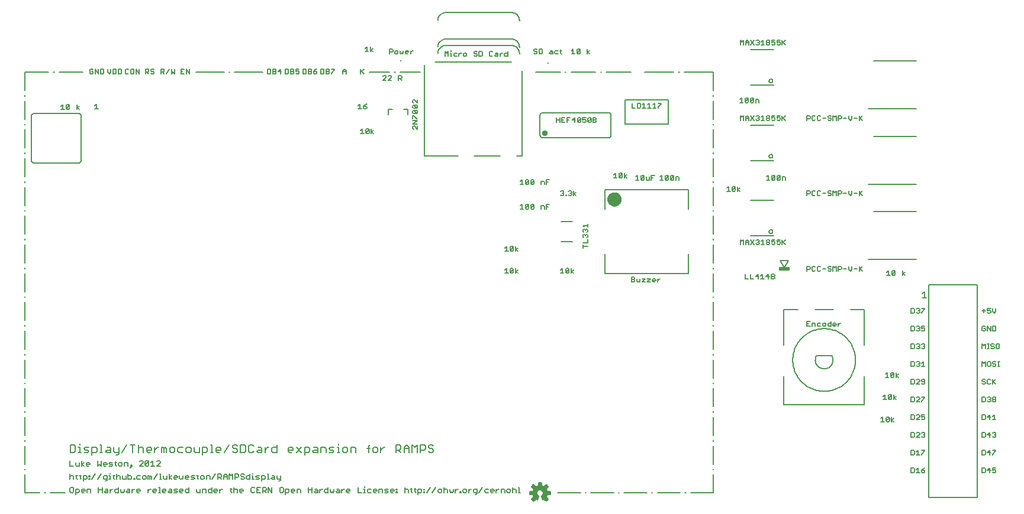
<source format=gto>
G75*
G70*
%OFA0B0*%
%FSLAX24Y24*%
%IPPOS*%
%LPD*%
%AMOC8*
5,1,8,0,0,1.08239X$1,22.5*
%
%ADD10C,0.0080*%
%ADD11C,0.0050*%
%ADD12C,0.0060*%
%ADD13C,0.0059*%
%ADD14C,0.0150*%
%ADD15R,0.0079X0.0079*%
%ADD16R,0.0620X0.0240*%
%ADD17C,0.0394*%
D10*
X001180Y002180D02*
X002010Y002180D01*
X002279Y002180D02*
X002331Y002180D01*
X002600Y002180D02*
X003430Y002180D01*
X001180Y002180D02*
X001180Y003212D01*
X001180Y003482D02*
X001180Y003533D01*
X001180Y003803D02*
X001180Y004835D01*
X001180Y005105D02*
X001180Y005156D01*
X001180Y005425D02*
X001180Y006458D01*
X001180Y006727D02*
X001180Y006778D01*
X001180Y007048D02*
X001180Y008080D01*
X001180Y008350D02*
X001180Y008401D01*
X001180Y008671D02*
X001180Y009703D01*
X001180Y009973D02*
X001180Y010024D01*
X001180Y010294D02*
X001180Y011326D01*
X001180Y011595D02*
X001180Y011646D01*
X001180Y011916D02*
X001180Y012948D01*
X001180Y013218D02*
X001180Y013269D01*
X001180Y013539D02*
X001180Y014571D01*
X001180Y014841D02*
X001180Y014892D01*
X001180Y015162D02*
X001180Y016194D01*
X001180Y016464D02*
X001180Y016515D01*
X001180Y016784D02*
X001180Y017816D01*
X001180Y018086D02*
X001180Y018137D01*
X001180Y018407D02*
X001180Y019439D01*
X001180Y019709D02*
X001180Y019760D01*
X001180Y020030D02*
X001180Y021062D01*
X001180Y021332D02*
X001180Y021383D01*
X001180Y021652D02*
X001180Y022685D01*
X001180Y022954D02*
X001180Y023005D01*
X001180Y023275D02*
X001180Y024307D01*
X001180Y024577D02*
X001180Y024628D01*
X001180Y024898D02*
X001180Y025930D01*
X002510Y025930D01*
X002779Y025930D02*
X002831Y025930D01*
X003100Y025930D02*
X004430Y025930D01*
X010805Y025930D02*
X012385Y025930D01*
X012654Y025930D02*
X012706Y025930D01*
X012975Y025930D02*
X014555Y025930D01*
X020555Y025930D02*
X021697Y025930D01*
X021967Y025930D02*
X022018Y025930D01*
X022288Y025930D02*
X023430Y025930D01*
X022731Y023831D02*
X022731Y023516D01*
X022731Y023831D02*
X022495Y023831D01*
X021865Y023831D02*
X021629Y023831D01*
X021629Y023516D01*
X029930Y025930D02*
X031328Y025930D01*
X031598Y025930D02*
X031649Y025930D01*
X031919Y025930D02*
X033316Y025930D01*
X033586Y025930D02*
X033637Y025930D01*
X033907Y025930D02*
X035305Y025930D01*
X036055Y025930D02*
X037697Y025930D01*
X037967Y025930D02*
X038018Y025930D01*
X038288Y025930D02*
X039930Y025930D01*
X039930Y024898D01*
X039930Y024628D02*
X039930Y024577D01*
X039930Y024307D02*
X039930Y023275D01*
X039930Y023005D02*
X039930Y022954D01*
X039930Y022685D02*
X039930Y021652D01*
X039930Y021383D02*
X039930Y021332D01*
X039930Y021062D02*
X039930Y020030D01*
X039930Y019760D02*
X039930Y019709D01*
X039930Y019439D02*
X039930Y018407D01*
X039930Y018137D02*
X039930Y018086D01*
X039930Y017816D02*
X039930Y016784D01*
X039930Y016515D02*
X039930Y016464D01*
X039930Y016194D02*
X039930Y015162D01*
X039930Y014892D02*
X039930Y014841D01*
X039930Y014571D02*
X039930Y013539D01*
X039930Y013269D02*
X039930Y013218D01*
X039930Y012948D02*
X039930Y011916D01*
X039930Y011646D02*
X039930Y011595D01*
X039930Y011326D02*
X039930Y010294D01*
X039930Y010024D02*
X039930Y009973D01*
X039930Y009703D02*
X039930Y008671D01*
X039930Y008401D02*
X039930Y008350D01*
X039930Y008080D02*
X039930Y007048D01*
X039930Y006778D02*
X039930Y006727D01*
X039930Y006458D02*
X039930Y005425D01*
X039930Y005156D02*
X039930Y005105D01*
X039930Y004835D02*
X039930Y003803D01*
X039930Y003533D02*
X039930Y003482D01*
X039930Y003212D02*
X039930Y002180D01*
X038652Y002180D01*
X038383Y002180D02*
X038332Y002180D01*
X038062Y002180D02*
X036784Y002180D01*
X036515Y002180D02*
X036464Y002180D01*
X036194Y002180D02*
X034916Y002180D01*
X034646Y002180D02*
X034595Y002180D01*
X034326Y002180D02*
X033048Y002180D01*
X032778Y002180D02*
X032727Y002180D01*
X032458Y002180D02*
X031180Y002180D01*
X024181Y004540D02*
X024111Y004470D01*
X023971Y004470D01*
X023901Y004540D01*
X023971Y004680D02*
X023901Y004750D01*
X023901Y004820D01*
X023971Y004890D01*
X024111Y004890D01*
X024181Y004820D01*
X024111Y004680D02*
X024181Y004610D01*
X024181Y004540D01*
X024111Y004680D02*
X023971Y004680D01*
X023720Y004680D02*
X023720Y004820D01*
X023650Y004890D01*
X023440Y004890D01*
X023440Y004470D01*
X023440Y004610D02*
X023650Y004610D01*
X023720Y004680D01*
X023260Y004890D02*
X023260Y004470D01*
X022980Y004470D02*
X022980Y004890D01*
X023120Y004750D01*
X023260Y004890D01*
X022800Y004750D02*
X022800Y004470D01*
X022800Y004680D02*
X022519Y004680D01*
X022519Y004750D02*
X022519Y004470D01*
X022339Y004470D02*
X022199Y004610D01*
X022269Y004610D02*
X022059Y004610D01*
X022059Y004470D02*
X022059Y004890D01*
X022269Y004890D01*
X022339Y004820D01*
X022339Y004680D01*
X022269Y004610D01*
X022519Y004750D02*
X022659Y004890D01*
X022800Y004750D01*
X021425Y004750D02*
X021355Y004750D01*
X021215Y004610D01*
X021215Y004470D02*
X021215Y004750D01*
X021035Y004680D02*
X020965Y004750D01*
X020825Y004750D01*
X020755Y004680D01*
X020755Y004540D01*
X020825Y004470D01*
X020965Y004470D01*
X021035Y004540D01*
X021035Y004680D01*
X020588Y004680D02*
X020448Y004680D01*
X020518Y004820D02*
X020518Y004470D01*
X020518Y004820D02*
X020588Y004890D01*
X019807Y004680D02*
X019807Y004470D01*
X019807Y004680D02*
X019737Y004750D01*
X019527Y004750D01*
X019527Y004470D01*
X019347Y004540D02*
X019347Y004680D01*
X019277Y004750D01*
X019136Y004750D01*
X019066Y004680D01*
X019066Y004540D01*
X019136Y004470D01*
X019277Y004470D01*
X019347Y004540D01*
X018900Y004470D02*
X018759Y004470D01*
X018830Y004470D02*
X018830Y004750D01*
X018759Y004750D01*
X018830Y004890D02*
X018830Y004960D01*
X018579Y004750D02*
X018369Y004750D01*
X018299Y004680D01*
X018369Y004610D01*
X018509Y004610D01*
X018579Y004540D01*
X018509Y004470D01*
X018299Y004470D01*
X018119Y004470D02*
X018119Y004680D01*
X018049Y004750D01*
X017839Y004750D01*
X017839Y004470D01*
X017659Y004470D02*
X017448Y004470D01*
X017378Y004540D01*
X017448Y004610D01*
X017659Y004610D01*
X017659Y004680D02*
X017659Y004470D01*
X017659Y004680D02*
X017588Y004750D01*
X017448Y004750D01*
X017198Y004680D02*
X017128Y004750D01*
X016918Y004750D01*
X016918Y004330D01*
X016918Y004470D02*
X017128Y004470D01*
X017198Y004540D01*
X017198Y004680D01*
X016738Y004750D02*
X016458Y004470D01*
X016277Y004610D02*
X015997Y004610D01*
X015997Y004540D02*
X015997Y004680D01*
X016067Y004750D01*
X016207Y004750D01*
X016277Y004680D01*
X016277Y004610D01*
X016207Y004470D02*
X016067Y004470D01*
X015997Y004540D01*
X016458Y004750D02*
X016738Y004470D01*
X015357Y004470D02*
X015146Y004470D01*
X015076Y004540D01*
X015076Y004680D01*
X015146Y004750D01*
X015357Y004750D01*
X015357Y004890D02*
X015357Y004470D01*
X014903Y004750D02*
X014833Y004750D01*
X014693Y004610D01*
X014693Y004470D02*
X014693Y004750D01*
X014513Y004680D02*
X014442Y004750D01*
X014302Y004750D01*
X014302Y004610D02*
X014232Y004540D01*
X014302Y004470D01*
X014513Y004470D01*
X014513Y004680D01*
X014513Y004610D02*
X014302Y004610D01*
X014052Y004540D02*
X013982Y004470D01*
X013842Y004470D01*
X013772Y004540D01*
X013772Y004820D01*
X013842Y004890D01*
X013982Y004890D01*
X014052Y004820D01*
X013592Y004820D02*
X013592Y004540D01*
X013522Y004470D01*
X013312Y004470D01*
X013312Y004890D01*
X013522Y004890D01*
X013592Y004820D01*
X013131Y004820D02*
X013061Y004890D01*
X012921Y004890D01*
X012851Y004820D01*
X012851Y004750D01*
X012921Y004680D01*
X013061Y004680D01*
X013131Y004610D01*
X013131Y004540D01*
X013061Y004470D01*
X012921Y004470D01*
X012851Y004540D01*
X012671Y004890D02*
X012391Y004470D01*
X012211Y004610D02*
X011930Y004610D01*
X011930Y004540D02*
X011930Y004680D01*
X012000Y004750D01*
X012141Y004750D01*
X012211Y004680D01*
X012211Y004610D01*
X012141Y004470D02*
X012000Y004470D01*
X011930Y004540D01*
X011764Y004470D02*
X011623Y004470D01*
X011693Y004470D02*
X011693Y004890D01*
X011623Y004890D01*
X011443Y004680D02*
X011443Y004540D01*
X011373Y004470D01*
X011163Y004470D01*
X011163Y004330D02*
X011163Y004750D01*
X011373Y004750D01*
X011443Y004680D01*
X010983Y004750D02*
X010983Y004470D01*
X010773Y004470D01*
X010703Y004540D01*
X010703Y004750D01*
X010522Y004680D02*
X010452Y004750D01*
X010312Y004750D01*
X010242Y004680D01*
X010242Y004540D01*
X010312Y004470D01*
X010452Y004470D01*
X010522Y004540D01*
X010522Y004680D01*
X010062Y004750D02*
X009852Y004750D01*
X009782Y004680D01*
X009782Y004540D01*
X009852Y004470D01*
X010062Y004470D01*
X009602Y004540D02*
X009602Y004680D01*
X009532Y004750D01*
X009391Y004750D01*
X009321Y004680D01*
X009321Y004540D01*
X009391Y004470D01*
X009532Y004470D01*
X009602Y004540D01*
X009141Y004470D02*
X009141Y004680D01*
X009071Y004750D01*
X009001Y004680D01*
X009001Y004470D01*
X008861Y004470D02*
X008861Y004750D01*
X008931Y004750D01*
X009001Y004680D01*
X008688Y004750D02*
X008618Y004750D01*
X008477Y004610D01*
X008477Y004470D02*
X008477Y004750D01*
X008297Y004680D02*
X008227Y004750D01*
X008087Y004750D01*
X008017Y004680D01*
X008017Y004540D01*
X008087Y004470D01*
X008227Y004470D01*
X008297Y004610D02*
X008017Y004610D01*
X007837Y004680D02*
X007767Y004750D01*
X007627Y004750D01*
X007557Y004680D01*
X007557Y004890D02*
X007557Y004470D01*
X007837Y004470D02*
X007837Y004680D01*
X008297Y004680D02*
X008297Y004610D01*
X007376Y004890D02*
X007096Y004890D01*
X007236Y004890D02*
X007236Y004470D01*
X006916Y004890D02*
X006636Y004470D01*
X006456Y004470D02*
X006245Y004470D01*
X006175Y004540D01*
X006175Y004750D01*
X005995Y004680D02*
X005925Y004750D01*
X005785Y004750D01*
X005785Y004610D02*
X005995Y004610D01*
X005995Y004680D02*
X005995Y004470D01*
X005785Y004470D01*
X005715Y004540D01*
X005785Y004610D01*
X005548Y004470D02*
X005408Y004470D01*
X005478Y004470D02*
X005478Y004890D01*
X005408Y004890D01*
X005228Y004680D02*
X005158Y004750D01*
X004948Y004750D01*
X004948Y004330D01*
X004948Y004470D02*
X005158Y004470D01*
X005228Y004540D01*
X005228Y004680D01*
X004768Y004750D02*
X004557Y004750D01*
X004487Y004680D01*
X004557Y004610D01*
X004698Y004610D01*
X004768Y004540D01*
X004698Y004470D01*
X004487Y004470D01*
X004321Y004470D02*
X004180Y004470D01*
X004250Y004470D02*
X004250Y004750D01*
X004180Y004750D01*
X004250Y004890D02*
X004250Y004960D01*
X004000Y004820D02*
X003930Y004890D01*
X003720Y004890D01*
X003720Y004470D01*
X003930Y004470D01*
X004000Y004540D01*
X004000Y004820D01*
X006316Y004330D02*
X006386Y004330D01*
X006456Y004400D01*
X006456Y004750D01*
X042030Y016680D02*
X043330Y016680D01*
X043080Y016930D02*
X043082Y016950D01*
X043088Y016968D01*
X043097Y016986D01*
X043109Y017001D01*
X043124Y017013D01*
X043142Y017022D01*
X043160Y017028D01*
X043180Y017030D01*
X043200Y017028D01*
X043218Y017022D01*
X043236Y017013D01*
X043251Y017001D01*
X043263Y016986D01*
X043272Y016968D01*
X043278Y016950D01*
X043280Y016930D01*
X043278Y016910D01*
X043272Y016892D01*
X043263Y016874D01*
X043251Y016859D01*
X043236Y016847D01*
X043218Y016838D01*
X043200Y016832D01*
X043180Y016830D01*
X043160Y016832D01*
X043142Y016838D01*
X043124Y016847D01*
X043109Y016859D01*
X043097Y016874D01*
X043088Y016892D01*
X043082Y016910D01*
X043080Y016930D01*
X043694Y015302D02*
X044166Y015302D01*
X043930Y014908D01*
X043694Y015302D01*
X043916Y012515D02*
X043916Y010535D01*
X045747Y009926D02*
X046613Y009926D01*
X044412Y009680D02*
X044414Y009767D01*
X044421Y009853D01*
X044431Y009939D01*
X044446Y010025D01*
X044465Y010110D01*
X044488Y010193D01*
X044515Y010276D01*
X044547Y010357D01*
X044582Y010436D01*
X044621Y010513D01*
X044664Y010589D01*
X044710Y010662D01*
X044760Y010733D01*
X044813Y010802D01*
X044870Y010867D01*
X044930Y010930D01*
X044993Y010990D01*
X045058Y011047D01*
X045127Y011100D01*
X045198Y011150D01*
X045271Y011196D01*
X045347Y011239D01*
X045424Y011278D01*
X045503Y011313D01*
X045584Y011345D01*
X045667Y011372D01*
X045750Y011395D01*
X045835Y011414D01*
X045921Y011429D01*
X046007Y011439D01*
X046093Y011446D01*
X046180Y011448D01*
X046267Y011446D01*
X046353Y011439D01*
X046439Y011429D01*
X046525Y011414D01*
X046610Y011395D01*
X046693Y011372D01*
X046776Y011345D01*
X046857Y011313D01*
X046936Y011278D01*
X047013Y011239D01*
X047089Y011196D01*
X047162Y011150D01*
X047233Y011100D01*
X047302Y011047D01*
X047367Y010990D01*
X047430Y010930D01*
X047490Y010867D01*
X047547Y010802D01*
X047600Y010733D01*
X047650Y010662D01*
X047696Y010589D01*
X047739Y010513D01*
X047778Y010436D01*
X047813Y010357D01*
X047845Y010276D01*
X047872Y010193D01*
X047895Y010110D01*
X047914Y010025D01*
X047929Y009939D01*
X047939Y009853D01*
X047946Y009767D01*
X047948Y009680D01*
X047946Y009593D01*
X047939Y009507D01*
X047929Y009421D01*
X047914Y009335D01*
X047895Y009250D01*
X047872Y009167D01*
X047845Y009084D01*
X047813Y009003D01*
X047778Y008924D01*
X047739Y008847D01*
X047696Y008771D01*
X047650Y008698D01*
X047600Y008627D01*
X047547Y008558D01*
X047490Y008493D01*
X047430Y008430D01*
X047367Y008370D01*
X047302Y008313D01*
X047233Y008260D01*
X047162Y008210D01*
X047089Y008164D01*
X047013Y008121D01*
X046936Y008082D01*
X046857Y008047D01*
X046776Y008015D01*
X046693Y007988D01*
X046610Y007965D01*
X046525Y007946D01*
X046439Y007931D01*
X046353Y007921D01*
X046267Y007914D01*
X046180Y007912D01*
X046093Y007914D01*
X046007Y007921D01*
X045921Y007931D01*
X045835Y007946D01*
X045750Y007965D01*
X045667Y007988D01*
X045584Y008015D01*
X045503Y008047D01*
X045424Y008082D01*
X045347Y008121D01*
X045271Y008164D01*
X045198Y008210D01*
X045127Y008260D01*
X045058Y008313D01*
X044993Y008370D01*
X044930Y008430D01*
X044870Y008493D01*
X044813Y008558D01*
X044760Y008627D01*
X044710Y008698D01*
X044664Y008771D01*
X044621Y008847D01*
X044582Y008924D01*
X044547Y009003D01*
X044515Y009084D01*
X044488Y009167D01*
X044465Y009250D01*
X044446Y009335D01*
X044431Y009421D01*
X044421Y009507D01*
X044414Y009593D01*
X044412Y009680D01*
X043916Y008765D02*
X043916Y007160D01*
X048444Y007160D01*
X048444Y008765D01*
X046613Y009926D02*
X046633Y009887D01*
X046649Y009847D01*
X046662Y009806D01*
X046671Y009764D01*
X046676Y009721D01*
X046678Y009677D01*
X046676Y009634D01*
X046670Y009591D01*
X046660Y009549D01*
X046647Y009508D01*
X046631Y009468D01*
X046610Y009430D01*
X046587Y009393D01*
X046561Y009359D01*
X046531Y009327D01*
X046499Y009298D01*
X046465Y009271D01*
X046428Y009248D01*
X046390Y009228D01*
X046350Y009212D01*
X046308Y009199D01*
X046266Y009190D01*
X046223Y009184D01*
X046180Y009182D01*
X046137Y009184D01*
X046094Y009190D01*
X046052Y009199D01*
X046010Y009212D01*
X045970Y009228D01*
X045932Y009248D01*
X045895Y009271D01*
X045861Y009298D01*
X045829Y009327D01*
X045799Y009359D01*
X045773Y009393D01*
X045750Y009430D01*
X045729Y009468D01*
X045713Y009508D01*
X045700Y009549D01*
X045690Y009591D01*
X045684Y009634D01*
X045682Y009677D01*
X045684Y009721D01*
X045689Y009764D01*
X045698Y009806D01*
X045711Y009847D01*
X045727Y009887D01*
X045747Y009926D01*
X048444Y010535D02*
X048444Y012515D01*
X047666Y012515D01*
X046694Y012515D02*
X045666Y012515D01*
X044694Y012515D02*
X043916Y012515D01*
X043330Y018680D02*
X042030Y018680D01*
X042030Y020930D02*
X043330Y020930D01*
X043080Y021180D02*
X043082Y021200D01*
X043088Y021218D01*
X043097Y021236D01*
X043109Y021251D01*
X043124Y021263D01*
X043142Y021272D01*
X043160Y021278D01*
X043180Y021280D01*
X043200Y021278D01*
X043218Y021272D01*
X043236Y021263D01*
X043251Y021251D01*
X043263Y021236D01*
X043272Y021218D01*
X043278Y021200D01*
X043280Y021180D01*
X043278Y021160D01*
X043272Y021142D01*
X043263Y021124D01*
X043251Y021109D01*
X043236Y021097D01*
X043218Y021088D01*
X043200Y021082D01*
X043180Y021080D01*
X043160Y021082D01*
X043142Y021088D01*
X043124Y021097D01*
X043109Y021109D01*
X043097Y021124D01*
X043088Y021142D01*
X043082Y021160D01*
X043080Y021180D01*
X043330Y022930D02*
X042030Y022930D01*
X042030Y025180D02*
X043330Y025180D01*
X043080Y025430D02*
X043082Y025450D01*
X043088Y025468D01*
X043097Y025486D01*
X043109Y025501D01*
X043124Y025513D01*
X043142Y025522D01*
X043160Y025528D01*
X043180Y025530D01*
X043200Y025528D01*
X043218Y025522D01*
X043236Y025513D01*
X043251Y025501D01*
X043263Y025486D01*
X043272Y025468D01*
X043278Y025450D01*
X043280Y025430D01*
X043278Y025410D01*
X043272Y025392D01*
X043263Y025374D01*
X043251Y025359D01*
X043236Y025347D01*
X043218Y025338D01*
X043200Y025332D01*
X043180Y025330D01*
X043160Y025332D01*
X043142Y025338D01*
X043124Y025347D01*
X043109Y025359D01*
X043097Y025374D01*
X043088Y025392D01*
X043082Y025410D01*
X043080Y025430D01*
X043330Y027180D02*
X042030Y027180D01*
D11*
X042044Y027455D02*
X042224Y027725D01*
X042339Y027680D02*
X042384Y027725D01*
X042474Y027725D01*
X042519Y027680D01*
X042519Y027635D01*
X042474Y027590D01*
X042519Y027545D01*
X042519Y027500D01*
X042474Y027455D01*
X042384Y027455D01*
X042339Y027500D01*
X042224Y027455D02*
X042044Y027725D01*
X041930Y027635D02*
X041840Y027725D01*
X041750Y027635D01*
X041750Y027455D01*
X041635Y027455D02*
X041635Y027725D01*
X041545Y027635D01*
X041455Y027725D01*
X041455Y027455D01*
X041750Y027590D02*
X041930Y027590D01*
X041930Y027635D02*
X041930Y027455D01*
X042429Y027590D02*
X042474Y027590D01*
X042634Y027635D02*
X042724Y027725D01*
X042724Y027455D01*
X042634Y027455D02*
X042814Y027455D01*
X042928Y027500D02*
X042928Y027545D01*
X042973Y027590D01*
X043063Y027590D01*
X043108Y027545D01*
X043108Y027500D01*
X043063Y027455D01*
X042973Y027455D01*
X042928Y027500D01*
X042973Y027590D02*
X042928Y027635D01*
X042928Y027680D01*
X042973Y027725D01*
X043063Y027725D01*
X043108Y027680D01*
X043108Y027635D01*
X043063Y027590D01*
X043223Y027590D02*
X043313Y027635D01*
X043358Y027635D01*
X043403Y027590D01*
X043403Y027500D01*
X043358Y027455D01*
X043268Y027455D01*
X043223Y027500D01*
X043223Y027590D02*
X043223Y027725D01*
X043403Y027725D01*
X043518Y027725D02*
X043518Y027590D01*
X043608Y027635D01*
X043653Y027635D01*
X043698Y027590D01*
X043698Y027500D01*
X043653Y027455D01*
X043563Y027455D01*
X043518Y027500D01*
X043518Y027725D02*
X043698Y027725D01*
X043812Y027725D02*
X043812Y027455D01*
X043812Y027545D02*
X043992Y027725D01*
X043857Y027590D02*
X043992Y027455D01*
X048980Y026550D02*
X051380Y026550D01*
X051380Y023850D02*
X048680Y023850D01*
X048332Y023475D02*
X048152Y023295D01*
X048197Y023340D02*
X048332Y023205D01*
X048152Y023205D02*
X048152Y023475D01*
X048037Y023340D02*
X047857Y023340D01*
X047742Y023295D02*
X047742Y023475D01*
X047562Y023475D02*
X047562Y023295D01*
X047652Y023205D01*
X047742Y023295D01*
X047448Y023340D02*
X047268Y023340D01*
X047153Y023340D02*
X047108Y023295D01*
X046973Y023295D01*
X046973Y023205D02*
X046973Y023475D01*
X047108Y023475D01*
X047153Y023430D01*
X047153Y023340D01*
X046858Y023475D02*
X046858Y023205D01*
X046678Y023205D02*
X046678Y023475D01*
X046768Y023385D01*
X046858Y023475D01*
X046564Y023430D02*
X046519Y023475D01*
X046429Y023475D01*
X046384Y023430D01*
X046384Y023385D01*
X046429Y023340D01*
X046519Y023340D01*
X046564Y023295D01*
X046564Y023250D01*
X046519Y023205D01*
X046429Y023205D01*
X046384Y023250D01*
X046269Y023340D02*
X046089Y023340D01*
X045974Y023250D02*
X045929Y023205D01*
X045839Y023205D01*
X045794Y023250D01*
X045794Y023430D01*
X045839Y023475D01*
X045929Y023475D01*
X045974Y023430D01*
X045680Y023430D02*
X045635Y023475D01*
X045545Y023475D01*
X045500Y023430D01*
X045500Y023250D01*
X045545Y023205D01*
X045635Y023205D01*
X045680Y023250D01*
X045385Y023340D02*
X045340Y023295D01*
X045205Y023295D01*
X045205Y023205D02*
X045205Y023475D01*
X045340Y023475D01*
X045385Y023430D01*
X045385Y023340D01*
X043992Y023205D02*
X043857Y023340D01*
X043812Y023295D02*
X043992Y023475D01*
X043812Y023475D02*
X043812Y023205D01*
X043698Y023250D02*
X043653Y023205D01*
X043563Y023205D01*
X043518Y023250D01*
X043518Y023340D02*
X043608Y023385D01*
X043653Y023385D01*
X043698Y023340D01*
X043698Y023250D01*
X043518Y023340D02*
X043518Y023475D01*
X043698Y023475D01*
X043403Y023475D02*
X043223Y023475D01*
X043223Y023340D01*
X043313Y023385D01*
X043358Y023385D01*
X043403Y023340D01*
X043403Y023250D01*
X043358Y023205D01*
X043268Y023205D01*
X043223Y023250D01*
X043108Y023250D02*
X043063Y023205D01*
X042973Y023205D01*
X042928Y023250D01*
X042928Y023295D01*
X042973Y023340D01*
X043063Y023340D01*
X043108Y023295D01*
X043108Y023250D01*
X043063Y023340D02*
X043108Y023385D01*
X043108Y023430D01*
X043063Y023475D01*
X042973Y023475D01*
X042928Y023430D01*
X042928Y023385D01*
X042973Y023340D01*
X042814Y023205D02*
X042634Y023205D01*
X042724Y023205D02*
X042724Y023475D01*
X042634Y023385D01*
X042519Y023385D02*
X042474Y023340D01*
X042519Y023295D01*
X042519Y023250D01*
X042474Y023205D01*
X042384Y023205D01*
X042339Y023250D01*
X042224Y023205D02*
X042044Y023475D01*
X041930Y023385D02*
X041930Y023205D01*
X042044Y023205D02*
X042224Y023475D01*
X042339Y023430D02*
X042384Y023475D01*
X042474Y023475D01*
X042519Y023430D01*
X042519Y023385D01*
X042474Y023340D02*
X042429Y023340D01*
X041930Y023340D02*
X041750Y023340D01*
X041750Y023385D02*
X041840Y023475D01*
X041930Y023385D01*
X041750Y023385D02*
X041750Y023205D01*
X041635Y023205D02*
X041635Y023475D01*
X041545Y023385D01*
X041455Y023475D01*
X041455Y023205D01*
X041436Y024207D02*
X041616Y024207D01*
X041526Y024207D02*
X041526Y024477D01*
X041436Y024387D01*
X041731Y024432D02*
X041776Y024477D01*
X041866Y024477D01*
X041911Y024432D01*
X041731Y024252D01*
X041776Y024207D01*
X041866Y024207D01*
X041911Y024252D01*
X041911Y024432D01*
X042026Y024432D02*
X042071Y024477D01*
X042161Y024477D01*
X042206Y024432D01*
X042026Y024252D01*
X042071Y024207D01*
X042161Y024207D01*
X042206Y024252D01*
X042206Y024432D01*
X042320Y024387D02*
X042455Y024387D01*
X042500Y024342D01*
X042500Y024207D01*
X042320Y024207D02*
X042320Y024387D01*
X042026Y024432D02*
X042026Y024252D01*
X041731Y024252D02*
X041731Y024432D01*
X037008Y024175D02*
X037008Y024130D01*
X036828Y023950D01*
X036828Y023905D01*
X036714Y023905D02*
X036534Y023905D01*
X036624Y023905D02*
X036624Y024175D01*
X036534Y024085D01*
X036419Y023905D02*
X036239Y023905D01*
X036329Y023905D02*
X036329Y024175D01*
X036239Y024085D01*
X036124Y023905D02*
X035944Y023905D01*
X036034Y023905D02*
X036034Y024175D01*
X035944Y024085D01*
X035830Y024130D02*
X035830Y023950D01*
X035785Y023905D01*
X035650Y023905D01*
X035650Y024175D01*
X035785Y024175D01*
X035830Y024130D01*
X035535Y023905D02*
X035355Y023905D01*
X035355Y024175D01*
X036828Y024175D02*
X037008Y024175D01*
X033348Y023305D02*
X033348Y023260D01*
X033303Y023215D01*
X033168Y023215D01*
X033303Y023215D02*
X033348Y023170D01*
X033348Y023125D01*
X033303Y023080D01*
X033168Y023080D01*
X033168Y023350D01*
X033303Y023350D01*
X033348Y023305D01*
X033053Y023305D02*
X032873Y023125D01*
X032918Y023080D01*
X033008Y023080D01*
X033053Y023125D01*
X033053Y023305D01*
X033008Y023350D01*
X032918Y023350D01*
X032873Y023305D01*
X032873Y023125D01*
X032758Y023125D02*
X032713Y023080D01*
X032623Y023080D01*
X032578Y023125D01*
X032578Y023215D02*
X032668Y023260D01*
X032713Y023260D01*
X032758Y023215D01*
X032758Y023125D01*
X032578Y023215D02*
X032578Y023350D01*
X032758Y023350D01*
X032464Y023305D02*
X032284Y023125D01*
X032329Y023080D01*
X032419Y023080D01*
X032464Y023125D01*
X032464Y023305D01*
X032419Y023350D01*
X032329Y023350D01*
X032284Y023305D01*
X032284Y023125D01*
X032169Y023215D02*
X031989Y023215D01*
X032124Y023350D01*
X032124Y023080D01*
X031784Y023215D02*
X031694Y023215D01*
X031694Y023080D02*
X031694Y023350D01*
X031874Y023350D01*
X031580Y023350D02*
X031400Y023350D01*
X031400Y023080D01*
X031580Y023080D01*
X031490Y023215D02*
X031400Y023215D01*
X031285Y023215D02*
X031105Y023215D01*
X031105Y023080D02*
X031105Y023350D01*
X031285Y023350D02*
X031285Y023080D01*
X029180Y021196D02*
X028856Y021196D01*
X029180Y021196D02*
X029180Y025990D01*
X028573Y026511D02*
X024254Y026511D01*
X023668Y026328D02*
X023668Y021196D01*
X025555Y021196D01*
X026481Y021196D02*
X027930Y021196D01*
X029151Y019852D02*
X029061Y019762D01*
X029151Y019852D02*
X029151Y019582D01*
X029061Y019582D02*
X029241Y019582D01*
X029356Y019627D02*
X029536Y019807D01*
X029536Y019627D01*
X029491Y019582D01*
X029401Y019582D01*
X029356Y019627D01*
X029356Y019807D01*
X029401Y019852D01*
X029491Y019852D01*
X029536Y019807D01*
X029651Y019807D02*
X029696Y019852D01*
X029786Y019852D01*
X029831Y019807D01*
X029651Y019627D01*
X029696Y019582D01*
X029786Y019582D01*
X029831Y019627D01*
X029831Y019807D01*
X029651Y019807D02*
X029651Y019627D01*
X030240Y019582D02*
X030240Y019762D01*
X030375Y019762D01*
X030420Y019717D01*
X030420Y019582D01*
X030535Y019582D02*
X030535Y019852D01*
X030715Y019852D01*
X030625Y019717D02*
X030535Y019717D01*
X031330Y019180D02*
X031375Y019225D01*
X031465Y019225D01*
X031510Y019180D01*
X031510Y019135D01*
X031465Y019090D01*
X031510Y019045D01*
X031510Y019000D01*
X031465Y018955D01*
X031375Y018955D01*
X031330Y019000D01*
X031420Y019090D02*
X031465Y019090D01*
X031625Y019000D02*
X031670Y019000D01*
X031670Y018955D01*
X031625Y018955D01*
X031625Y019000D01*
X031772Y019000D02*
X031817Y018955D01*
X031907Y018955D01*
X031952Y019000D01*
X031952Y019045D01*
X031907Y019090D01*
X031862Y019090D01*
X031907Y019090D02*
X031952Y019135D01*
X031952Y019180D01*
X031907Y019225D01*
X031817Y019225D01*
X031772Y019180D01*
X032067Y019225D02*
X032067Y018955D01*
X032067Y019045D02*
X032202Y019135D01*
X032067Y019045D02*
X032202Y018955D01*
X030715Y018477D02*
X030535Y018477D01*
X030535Y018207D01*
X030420Y018207D02*
X030420Y018342D01*
X030375Y018387D01*
X030240Y018387D01*
X030240Y018207D01*
X030535Y018342D02*
X030625Y018342D01*
X029831Y018252D02*
X029786Y018207D01*
X029696Y018207D01*
X029651Y018252D01*
X029831Y018432D01*
X029831Y018252D01*
X029831Y018432D02*
X029786Y018477D01*
X029696Y018477D01*
X029651Y018432D01*
X029651Y018252D01*
X029536Y018252D02*
X029491Y018207D01*
X029401Y018207D01*
X029356Y018252D01*
X029536Y018432D01*
X029536Y018252D01*
X029356Y018252D02*
X029356Y018432D01*
X029401Y018477D01*
X029491Y018477D01*
X029536Y018432D01*
X029241Y018207D02*
X029061Y018207D01*
X029151Y018207D02*
X029151Y018477D01*
X029061Y018387D01*
X032585Y017274D02*
X032855Y017274D01*
X032855Y017184D02*
X032855Y017364D01*
X032675Y017184D02*
X032585Y017274D01*
X032630Y017069D02*
X032675Y017069D01*
X032720Y017024D01*
X032765Y017069D01*
X032810Y017069D01*
X032855Y017024D01*
X032855Y016934D01*
X032810Y016889D01*
X032810Y016774D02*
X032855Y016729D01*
X032855Y016639D01*
X032810Y016594D01*
X032855Y016480D02*
X032855Y016300D01*
X032585Y016300D01*
X032585Y016185D02*
X032585Y016005D01*
X032585Y016095D02*
X032855Y016095D01*
X032630Y016594D02*
X032585Y016639D01*
X032585Y016729D01*
X032630Y016774D01*
X032675Y016774D01*
X032720Y016729D01*
X032765Y016774D01*
X032810Y016774D01*
X032720Y016729D02*
X032720Y016684D01*
X032630Y016889D02*
X032585Y016934D01*
X032585Y017024D01*
X032630Y017069D01*
X032720Y017024D02*
X032720Y016979D01*
X033818Y018193D02*
X033818Y019292D01*
X038542Y019292D01*
X038542Y018193D01*
X040705Y019205D02*
X040885Y019205D01*
X040795Y019205D02*
X040795Y019475D01*
X040705Y019385D01*
X041000Y019430D02*
X041000Y019250D01*
X041180Y019430D01*
X041180Y019250D01*
X041135Y019205D01*
X041045Y019205D01*
X041000Y019250D01*
X041000Y019430D02*
X041045Y019475D01*
X041135Y019475D01*
X041180Y019430D01*
X041294Y019475D02*
X041294Y019205D01*
X041294Y019295D02*
X041429Y019385D01*
X041294Y019295D02*
X041429Y019205D01*
X042936Y019832D02*
X043116Y019832D01*
X043026Y019832D02*
X043026Y020102D01*
X042936Y020012D01*
X043231Y020057D02*
X043276Y020102D01*
X043366Y020102D01*
X043411Y020057D01*
X043231Y019877D01*
X043276Y019832D01*
X043366Y019832D01*
X043411Y019877D01*
X043411Y020057D01*
X043526Y020057D02*
X043571Y020102D01*
X043661Y020102D01*
X043706Y020057D01*
X043526Y019877D01*
X043571Y019832D01*
X043661Y019832D01*
X043706Y019877D01*
X043706Y020057D01*
X043820Y020012D02*
X043955Y020012D01*
X044000Y019967D01*
X044000Y019832D01*
X043820Y019832D02*
X043820Y020012D01*
X043526Y020057D02*
X043526Y019877D01*
X043231Y019877D02*
X043231Y020057D01*
X045205Y019225D02*
X045205Y018955D01*
X045205Y019045D02*
X045340Y019045D01*
X045385Y019090D01*
X045385Y019180D01*
X045340Y019225D01*
X045205Y019225D01*
X045500Y019180D02*
X045500Y019000D01*
X045545Y018955D01*
X045635Y018955D01*
X045680Y019000D01*
X045794Y019000D02*
X045839Y018955D01*
X045929Y018955D01*
X045974Y019000D01*
X046089Y019090D02*
X046269Y019090D01*
X046384Y019135D02*
X046429Y019090D01*
X046519Y019090D01*
X046564Y019045D01*
X046564Y019000D01*
X046519Y018955D01*
X046429Y018955D01*
X046384Y019000D01*
X046384Y019135D02*
X046384Y019180D01*
X046429Y019225D01*
X046519Y019225D01*
X046564Y019180D01*
X046678Y019225D02*
X046768Y019135D01*
X046858Y019225D01*
X046858Y018955D01*
X046973Y018955D02*
X046973Y019225D01*
X047108Y019225D01*
X047153Y019180D01*
X047153Y019090D01*
X047108Y019045D01*
X046973Y019045D01*
X047268Y019090D02*
X047448Y019090D01*
X047562Y019045D02*
X047652Y018955D01*
X047742Y019045D01*
X047742Y019225D01*
X047857Y019090D02*
X048037Y019090D01*
X048152Y019045D02*
X048332Y019225D01*
X048152Y019225D02*
X048152Y018955D01*
X048197Y019090D02*
X048332Y018955D01*
X047562Y019045D02*
X047562Y019225D01*
X046678Y019225D02*
X046678Y018955D01*
X045974Y019180D02*
X045929Y019225D01*
X045839Y019225D01*
X045794Y019180D01*
X045794Y019000D01*
X045680Y019180D02*
X045635Y019225D01*
X045545Y019225D01*
X045500Y019180D01*
X048680Y019600D02*
X051380Y019600D01*
X051380Y018050D02*
X048980Y018050D01*
X043992Y016475D02*
X043812Y016295D01*
X043857Y016340D02*
X043992Y016205D01*
X043812Y016205D02*
X043812Y016475D01*
X043698Y016475D02*
X043518Y016475D01*
X043518Y016340D01*
X043608Y016385D01*
X043653Y016385D01*
X043698Y016340D01*
X043698Y016250D01*
X043653Y016205D01*
X043563Y016205D01*
X043518Y016250D01*
X043403Y016250D02*
X043358Y016205D01*
X043268Y016205D01*
X043223Y016250D01*
X043223Y016340D02*
X043313Y016385D01*
X043358Y016385D01*
X043403Y016340D01*
X043403Y016250D01*
X043223Y016340D02*
X043223Y016475D01*
X043403Y016475D01*
X043108Y016430D02*
X043108Y016385D01*
X043063Y016340D01*
X042973Y016340D01*
X042928Y016385D01*
X042928Y016430D01*
X042973Y016475D01*
X043063Y016475D01*
X043108Y016430D01*
X043063Y016340D02*
X043108Y016295D01*
X043108Y016250D01*
X043063Y016205D01*
X042973Y016205D01*
X042928Y016250D01*
X042928Y016295D01*
X042973Y016340D01*
X042814Y016205D02*
X042634Y016205D01*
X042724Y016205D02*
X042724Y016475D01*
X042634Y016385D01*
X042519Y016385D02*
X042474Y016340D01*
X042519Y016295D01*
X042519Y016250D01*
X042474Y016205D01*
X042384Y016205D01*
X042339Y016250D01*
X042224Y016205D02*
X042044Y016475D01*
X041930Y016385D02*
X041840Y016475D01*
X041750Y016385D01*
X041750Y016205D01*
X041635Y016205D02*
X041635Y016475D01*
X041545Y016385D01*
X041455Y016475D01*
X041455Y016205D01*
X041750Y016340D02*
X041930Y016340D01*
X041930Y016385D02*
X041930Y016205D01*
X042044Y016205D02*
X042224Y016475D01*
X042339Y016430D02*
X042384Y016475D01*
X042474Y016475D01*
X042519Y016430D01*
X042519Y016385D01*
X042474Y016340D02*
X042429Y016340D01*
X045205Y014975D02*
X045340Y014975D01*
X045385Y014930D01*
X045385Y014840D01*
X045340Y014795D01*
X045205Y014795D01*
X045205Y014705D02*
X045205Y014975D01*
X045500Y014930D02*
X045500Y014750D01*
X045545Y014705D01*
X045635Y014705D01*
X045680Y014750D01*
X045794Y014750D02*
X045839Y014705D01*
X045929Y014705D01*
X045974Y014750D01*
X046089Y014840D02*
X046269Y014840D01*
X046384Y014885D02*
X046429Y014840D01*
X046519Y014840D01*
X046564Y014795D01*
X046564Y014750D01*
X046519Y014705D01*
X046429Y014705D01*
X046384Y014750D01*
X046384Y014885D02*
X046384Y014930D01*
X046429Y014975D01*
X046519Y014975D01*
X046564Y014930D01*
X046678Y014975D02*
X046768Y014885D01*
X046858Y014975D01*
X046858Y014705D01*
X046973Y014705D02*
X046973Y014975D01*
X047108Y014975D01*
X047153Y014930D01*
X047153Y014840D01*
X047108Y014795D01*
X046973Y014795D01*
X047268Y014840D02*
X047448Y014840D01*
X047562Y014795D02*
X047652Y014705D01*
X047742Y014795D01*
X047742Y014975D01*
X047857Y014840D02*
X048037Y014840D01*
X048152Y014795D02*
X048332Y014975D01*
X048152Y014975D02*
X048152Y014705D01*
X048197Y014840D02*
X048332Y014705D01*
X047562Y014795D02*
X047562Y014975D01*
X046678Y014975D02*
X046678Y014705D01*
X045974Y014930D02*
X045929Y014975D01*
X045839Y014975D01*
X045794Y014930D01*
X045794Y014750D01*
X045680Y014930D02*
X045635Y014975D01*
X045545Y014975D01*
X045500Y014930D01*
X043383Y014480D02*
X043383Y014435D01*
X043338Y014390D01*
X043248Y014390D01*
X043203Y014435D01*
X043203Y014480D01*
X043248Y014525D01*
X043338Y014525D01*
X043383Y014480D01*
X043338Y014390D02*
X043383Y014345D01*
X043383Y014300D01*
X043338Y014255D01*
X043248Y014255D01*
X043203Y014300D01*
X043203Y014345D01*
X043248Y014390D01*
X043089Y014390D02*
X042909Y014390D01*
X043044Y014525D01*
X043044Y014255D01*
X042794Y014255D02*
X042614Y014255D01*
X042704Y014255D02*
X042704Y014525D01*
X042614Y014435D01*
X042499Y014390D02*
X042319Y014390D01*
X042454Y014525D01*
X042454Y014255D01*
X042205Y014255D02*
X042025Y014255D01*
X042025Y014525D01*
X041910Y014255D02*
X041730Y014255D01*
X041730Y014525D01*
X038542Y014568D02*
X038542Y015667D01*
X038542Y014568D02*
X033818Y014568D01*
X033818Y015667D01*
X032054Y014760D02*
X031919Y014670D01*
X032054Y014580D01*
X031919Y014580D02*
X031919Y014850D01*
X031805Y014805D02*
X031625Y014625D01*
X031670Y014580D01*
X031760Y014580D01*
X031805Y014625D01*
X031805Y014805D01*
X031760Y014850D01*
X031670Y014850D01*
X031625Y014805D01*
X031625Y014625D01*
X031510Y014580D02*
X031330Y014580D01*
X031420Y014580D02*
X031420Y014850D01*
X031330Y014760D01*
X028929Y014760D02*
X028794Y014670D01*
X028929Y014580D01*
X028794Y014580D02*
X028794Y014850D01*
X028680Y014805D02*
X028500Y014625D01*
X028545Y014580D01*
X028635Y014580D01*
X028680Y014625D01*
X028680Y014805D01*
X028635Y014850D01*
X028545Y014850D01*
X028500Y014805D01*
X028500Y014625D01*
X028385Y014580D02*
X028205Y014580D01*
X028295Y014580D02*
X028295Y014850D01*
X028205Y014760D01*
X028205Y015830D02*
X028385Y015830D01*
X028295Y015830D02*
X028295Y016100D01*
X028205Y016010D01*
X028500Y016055D02*
X028545Y016100D01*
X028635Y016100D01*
X028680Y016055D01*
X028500Y015875D01*
X028545Y015830D01*
X028635Y015830D01*
X028680Y015875D01*
X028680Y016055D01*
X028794Y016100D02*
X028794Y015830D01*
X028794Y015920D02*
X028929Y015830D01*
X028794Y015920D02*
X028929Y016010D01*
X028500Y016055D02*
X028500Y015875D01*
X035330Y014350D02*
X035330Y014080D01*
X035465Y014080D01*
X035510Y014125D01*
X035510Y014170D01*
X035465Y014215D01*
X035330Y014215D01*
X035465Y014215D02*
X035510Y014260D01*
X035510Y014305D01*
X035465Y014350D01*
X035330Y014350D01*
X035625Y014260D02*
X035625Y014125D01*
X035670Y014080D01*
X035805Y014080D01*
X035805Y014260D01*
X035919Y014260D02*
X036099Y014260D01*
X035919Y014080D01*
X036099Y014080D01*
X036214Y014080D02*
X036394Y014080D01*
X036509Y014125D02*
X036509Y014215D01*
X036554Y014260D01*
X036644Y014260D01*
X036689Y014215D01*
X036689Y014170D01*
X036509Y014170D01*
X036509Y014125D02*
X036554Y014080D01*
X036644Y014080D01*
X036803Y014080D02*
X036803Y014260D01*
X036803Y014170D02*
X036893Y014260D01*
X036938Y014260D01*
X036394Y014260D02*
X036214Y014080D01*
X036214Y014260D02*
X036394Y014260D01*
X045205Y011850D02*
X045205Y011580D01*
X045385Y011580D01*
X045500Y011580D02*
X045500Y011760D01*
X045635Y011760D01*
X045680Y011715D01*
X045680Y011580D01*
X045794Y011625D02*
X045839Y011580D01*
X045974Y011580D01*
X046089Y011625D02*
X046134Y011580D01*
X046224Y011580D01*
X046269Y011625D01*
X046269Y011715D01*
X046224Y011760D01*
X046134Y011760D01*
X046089Y011715D01*
X046089Y011625D01*
X045974Y011760D02*
X045839Y011760D01*
X045794Y011715D01*
X045794Y011625D01*
X045385Y011850D02*
X045205Y011850D01*
X045205Y011715D02*
X045295Y011715D01*
X046384Y011715D02*
X046429Y011760D01*
X046564Y011760D01*
X046564Y011850D02*
X046564Y011580D01*
X046429Y011580D01*
X046384Y011625D01*
X046384Y011715D01*
X046678Y011715D02*
X046723Y011760D01*
X046813Y011760D01*
X046858Y011715D01*
X046858Y011670D01*
X046678Y011670D01*
X046678Y011625D02*
X046678Y011715D01*
X046678Y011625D02*
X046723Y011580D01*
X046813Y011580D01*
X046973Y011580D02*
X046973Y011760D01*
X046973Y011670D02*
X047063Y011760D01*
X047108Y011760D01*
X051080Y011600D02*
X051080Y011330D01*
X051215Y011330D01*
X051260Y011375D01*
X051260Y011555D01*
X051215Y011600D01*
X051080Y011600D01*
X051375Y011555D02*
X051420Y011600D01*
X051510Y011600D01*
X051555Y011555D01*
X051555Y011510D01*
X051510Y011465D01*
X051555Y011420D01*
X051555Y011375D01*
X051510Y011330D01*
X051420Y011330D01*
X051375Y011375D01*
X051465Y011465D02*
X051510Y011465D01*
X051669Y011465D02*
X051759Y011510D01*
X051804Y011510D01*
X051849Y011465D01*
X051849Y011375D01*
X051804Y011330D01*
X051714Y011330D01*
X051669Y011375D01*
X051669Y011465D02*
X051669Y011600D01*
X051849Y011600D01*
X051669Y012330D02*
X051669Y012375D01*
X051849Y012555D01*
X051849Y012600D01*
X051669Y012600D01*
X051555Y012555D02*
X051555Y012510D01*
X051510Y012465D01*
X051555Y012420D01*
X051555Y012375D01*
X051510Y012330D01*
X051420Y012330D01*
X051375Y012375D01*
X051260Y012375D02*
X051215Y012330D01*
X051080Y012330D01*
X051080Y012600D01*
X051215Y012600D01*
X051260Y012555D01*
X051260Y012375D01*
X051375Y012555D02*
X051420Y012600D01*
X051510Y012600D01*
X051555Y012555D01*
X051510Y012465D02*
X051465Y012465D01*
X051510Y010600D02*
X051555Y010555D01*
X051555Y010510D01*
X051510Y010465D01*
X051555Y010420D01*
X051555Y010375D01*
X051510Y010330D01*
X051420Y010330D01*
X051375Y010375D01*
X051260Y010375D02*
X051260Y010555D01*
X051215Y010600D01*
X051080Y010600D01*
X051080Y010330D01*
X051215Y010330D01*
X051260Y010375D01*
X051375Y010555D02*
X051420Y010600D01*
X051510Y010600D01*
X051510Y010465D02*
X051465Y010465D01*
X051669Y010375D02*
X051714Y010330D01*
X051804Y010330D01*
X051849Y010375D01*
X051849Y010420D01*
X051804Y010465D01*
X051759Y010465D01*
X051804Y010465D02*
X051849Y010510D01*
X051849Y010555D01*
X051804Y010600D01*
X051714Y010600D01*
X051669Y010555D01*
X051759Y009600D02*
X051759Y009330D01*
X051669Y009330D02*
X051849Y009330D01*
X051669Y009510D02*
X051759Y009600D01*
X051555Y009555D02*
X051555Y009510D01*
X051510Y009465D01*
X051555Y009420D01*
X051555Y009375D01*
X051510Y009330D01*
X051420Y009330D01*
X051375Y009375D01*
X051260Y009375D02*
X051260Y009555D01*
X051215Y009600D01*
X051080Y009600D01*
X051080Y009330D01*
X051215Y009330D01*
X051260Y009375D01*
X051375Y009555D02*
X051420Y009600D01*
X051510Y009600D01*
X051555Y009555D01*
X051510Y009465D02*
X051465Y009465D01*
X050354Y008885D02*
X050219Y008795D01*
X050354Y008705D01*
X050219Y008705D02*
X050219Y008975D01*
X050105Y008930D02*
X049925Y008750D01*
X049970Y008705D01*
X050060Y008705D01*
X050105Y008750D01*
X050105Y008930D01*
X050060Y008975D01*
X049970Y008975D01*
X049925Y008930D01*
X049925Y008750D01*
X049810Y008705D02*
X049630Y008705D01*
X049720Y008705D02*
X049720Y008975D01*
X049630Y008885D01*
X051080Y008600D02*
X051080Y008330D01*
X051215Y008330D01*
X051260Y008375D01*
X051260Y008555D01*
X051215Y008600D01*
X051080Y008600D01*
X051375Y008555D02*
X051420Y008600D01*
X051510Y008600D01*
X051555Y008555D01*
X051555Y008510D01*
X051375Y008330D01*
X051555Y008330D01*
X051669Y008375D02*
X051714Y008330D01*
X051804Y008330D01*
X051849Y008375D01*
X051849Y008555D01*
X051804Y008600D01*
X051714Y008600D01*
X051669Y008555D01*
X051669Y008510D01*
X051714Y008465D01*
X051849Y008465D01*
X051849Y007600D02*
X051849Y007555D01*
X051669Y007375D01*
X051669Y007330D01*
X051555Y007330D02*
X051375Y007330D01*
X051555Y007510D01*
X051555Y007555D01*
X051510Y007600D01*
X051420Y007600D01*
X051375Y007555D01*
X051260Y007555D02*
X051215Y007600D01*
X051080Y007600D01*
X051080Y007330D01*
X051215Y007330D01*
X051260Y007375D01*
X051260Y007555D01*
X051669Y007600D02*
X051849Y007600D01*
X050229Y007635D02*
X050094Y007545D01*
X050229Y007455D01*
X050094Y007455D02*
X050094Y007725D01*
X049980Y007680D02*
X049800Y007500D01*
X049845Y007455D01*
X049935Y007455D01*
X049980Y007500D01*
X049980Y007680D01*
X049935Y007725D01*
X049845Y007725D01*
X049800Y007680D01*
X049800Y007500D01*
X049685Y007455D02*
X049505Y007455D01*
X049595Y007455D02*
X049595Y007725D01*
X049505Y007635D01*
X049470Y006475D02*
X049470Y006205D01*
X049380Y006205D02*
X049560Y006205D01*
X049675Y006250D02*
X049855Y006430D01*
X049855Y006250D01*
X049810Y006205D01*
X049720Y006205D01*
X049675Y006250D01*
X049675Y006430D01*
X049720Y006475D01*
X049810Y006475D01*
X049855Y006430D01*
X049969Y006475D02*
X049969Y006205D01*
X049969Y006295D02*
X050104Y006385D01*
X049969Y006295D02*
X050104Y006205D01*
X049470Y006475D02*
X049380Y006385D01*
X051080Y006330D02*
X051215Y006330D01*
X051260Y006375D01*
X051260Y006555D01*
X051215Y006600D01*
X051080Y006600D01*
X051080Y006330D01*
X051375Y006330D02*
X051555Y006510D01*
X051555Y006555D01*
X051510Y006600D01*
X051420Y006600D01*
X051375Y006555D01*
X051375Y006330D02*
X051555Y006330D01*
X051669Y006375D02*
X051714Y006330D01*
X051804Y006330D01*
X051849Y006375D01*
X051849Y006465D01*
X051804Y006510D01*
X051759Y006510D01*
X051669Y006465D01*
X051669Y006600D01*
X051849Y006600D01*
X051804Y005600D02*
X051849Y005555D01*
X051849Y005510D01*
X051804Y005465D01*
X051849Y005420D01*
X051849Y005375D01*
X051804Y005330D01*
X051714Y005330D01*
X051669Y005375D01*
X051555Y005330D02*
X051375Y005330D01*
X051555Y005510D01*
X051555Y005555D01*
X051510Y005600D01*
X051420Y005600D01*
X051375Y005555D01*
X051260Y005555D02*
X051215Y005600D01*
X051080Y005600D01*
X051080Y005330D01*
X051215Y005330D01*
X051260Y005375D01*
X051260Y005555D01*
X051669Y005555D02*
X051714Y005600D01*
X051804Y005600D01*
X051804Y005465D02*
X051759Y005465D01*
X051669Y004600D02*
X051849Y004600D01*
X051849Y004555D01*
X051669Y004375D01*
X051669Y004330D01*
X051555Y004330D02*
X051375Y004330D01*
X051465Y004330D02*
X051465Y004600D01*
X051375Y004510D01*
X051260Y004555D02*
X051260Y004375D01*
X051215Y004330D01*
X051080Y004330D01*
X051080Y004600D01*
X051215Y004600D01*
X051260Y004555D01*
X051215Y003600D02*
X051080Y003600D01*
X051080Y003330D01*
X051215Y003330D01*
X051260Y003375D01*
X051260Y003555D01*
X051215Y003600D01*
X051375Y003510D02*
X051465Y003600D01*
X051465Y003330D01*
X051375Y003330D02*
X051555Y003330D01*
X051669Y003375D02*
X051714Y003330D01*
X051804Y003330D01*
X051849Y003375D01*
X051849Y003420D01*
X051804Y003465D01*
X051669Y003465D01*
X051669Y003375D01*
X051669Y003465D02*
X051759Y003555D01*
X051849Y003600D01*
X055080Y003600D02*
X055080Y003330D01*
X055215Y003330D01*
X055260Y003375D01*
X055260Y003555D01*
X055215Y003600D01*
X055080Y003600D01*
X055375Y003465D02*
X055555Y003465D01*
X055669Y003465D02*
X055759Y003510D01*
X055804Y003510D01*
X055849Y003465D01*
X055849Y003375D01*
X055804Y003330D01*
X055714Y003330D01*
X055669Y003375D01*
X055669Y003465D02*
X055669Y003600D01*
X055849Y003600D01*
X055510Y003600D02*
X055375Y003465D01*
X055510Y003330D02*
X055510Y003600D01*
X055510Y004330D02*
X055510Y004600D01*
X055375Y004465D01*
X055555Y004465D01*
X055669Y004375D02*
X055849Y004555D01*
X055849Y004600D01*
X055669Y004600D01*
X055669Y004375D02*
X055669Y004330D01*
X055260Y004375D02*
X055260Y004555D01*
X055215Y004600D01*
X055080Y004600D01*
X055080Y004330D01*
X055215Y004330D01*
X055260Y004375D01*
X055215Y005330D02*
X055260Y005375D01*
X055260Y005555D01*
X055215Y005600D01*
X055080Y005600D01*
X055080Y005330D01*
X055215Y005330D01*
X055375Y005465D02*
X055510Y005600D01*
X055510Y005330D01*
X055555Y005465D02*
X055375Y005465D01*
X055669Y005375D02*
X055714Y005330D01*
X055804Y005330D01*
X055849Y005375D01*
X055849Y005420D01*
X055804Y005465D01*
X055759Y005465D01*
X055804Y005465D02*
X055849Y005510D01*
X055849Y005555D01*
X055804Y005600D01*
X055714Y005600D01*
X055669Y005555D01*
X055669Y006330D02*
X055849Y006330D01*
X055759Y006330D02*
X055759Y006600D01*
X055669Y006510D01*
X055555Y006465D02*
X055375Y006465D01*
X055510Y006600D01*
X055510Y006330D01*
X055260Y006375D02*
X055260Y006555D01*
X055215Y006600D01*
X055080Y006600D01*
X055080Y006330D01*
X055215Y006330D01*
X055260Y006375D01*
X055215Y007330D02*
X055260Y007375D01*
X055260Y007555D01*
X055215Y007600D01*
X055080Y007600D01*
X055080Y007330D01*
X055215Y007330D01*
X055375Y007375D02*
X055420Y007330D01*
X055510Y007330D01*
X055555Y007375D01*
X055555Y007420D01*
X055510Y007465D01*
X055465Y007465D01*
X055510Y007465D02*
X055555Y007510D01*
X055555Y007555D01*
X055510Y007600D01*
X055420Y007600D01*
X055375Y007555D01*
X055669Y007555D02*
X055669Y007510D01*
X055714Y007465D01*
X055804Y007465D01*
X055849Y007420D01*
X055849Y007375D01*
X055804Y007330D01*
X055714Y007330D01*
X055669Y007375D01*
X055669Y007420D01*
X055714Y007465D01*
X055804Y007465D02*
X055849Y007510D01*
X055849Y007555D01*
X055804Y007600D01*
X055714Y007600D01*
X055669Y007555D01*
X055669Y008330D02*
X055669Y008600D01*
X055555Y008555D02*
X055510Y008600D01*
X055420Y008600D01*
X055375Y008555D01*
X055375Y008375D01*
X055420Y008330D01*
X055510Y008330D01*
X055555Y008375D01*
X055669Y008420D02*
X055849Y008600D01*
X055714Y008465D02*
X055849Y008330D01*
X055260Y008375D02*
X055215Y008330D01*
X055125Y008330D01*
X055080Y008375D01*
X055125Y008465D02*
X055215Y008465D01*
X055260Y008420D01*
X055260Y008375D01*
X055125Y008465D02*
X055080Y008510D01*
X055080Y008555D01*
X055125Y008600D01*
X055215Y008600D01*
X055260Y008555D01*
X055260Y009330D02*
X055260Y009600D01*
X055170Y009510D01*
X055080Y009600D01*
X055080Y009330D01*
X055375Y009375D02*
X055375Y009555D01*
X055420Y009600D01*
X055510Y009600D01*
X055555Y009555D01*
X055555Y009375D01*
X055510Y009330D01*
X055420Y009330D01*
X055375Y009375D01*
X055669Y009375D02*
X055714Y009330D01*
X055804Y009330D01*
X055849Y009375D01*
X055849Y009420D01*
X055804Y009465D01*
X055714Y009465D01*
X055669Y009510D01*
X055669Y009555D01*
X055714Y009600D01*
X055804Y009600D01*
X055849Y009555D01*
X055964Y009600D02*
X056054Y009600D01*
X056009Y009600D02*
X056009Y009330D01*
X055964Y009330D02*
X056054Y009330D01*
X056001Y010330D02*
X055911Y010330D01*
X055866Y010375D01*
X055866Y010555D01*
X055911Y010600D01*
X056001Y010600D01*
X056046Y010555D01*
X056046Y010375D01*
X056001Y010330D01*
X055751Y010375D02*
X055706Y010330D01*
X055616Y010330D01*
X055571Y010375D01*
X055616Y010465D02*
X055706Y010465D01*
X055751Y010420D01*
X055751Y010375D01*
X055616Y010465D02*
X055571Y010510D01*
X055571Y010555D01*
X055616Y010600D01*
X055706Y010600D01*
X055751Y010555D01*
X055465Y010600D02*
X055375Y010600D01*
X055420Y010600D02*
X055420Y010330D01*
X055375Y010330D02*
X055465Y010330D01*
X055260Y010330D02*
X055260Y010600D01*
X055170Y010510D01*
X055080Y010600D01*
X055080Y010330D01*
X055125Y011330D02*
X055215Y011330D01*
X055260Y011375D01*
X055260Y011465D01*
X055170Y011465D01*
X055080Y011375D02*
X055125Y011330D01*
X055080Y011375D02*
X055080Y011555D01*
X055125Y011600D01*
X055215Y011600D01*
X055260Y011555D01*
X055375Y011600D02*
X055555Y011330D01*
X055555Y011600D01*
X055669Y011600D02*
X055804Y011600D01*
X055849Y011555D01*
X055849Y011375D01*
X055804Y011330D01*
X055669Y011330D01*
X055669Y011600D01*
X055375Y011600D02*
X055375Y011330D01*
X055420Y012330D02*
X055375Y012375D01*
X055420Y012330D02*
X055510Y012330D01*
X055555Y012375D01*
X055555Y012465D01*
X055510Y012510D01*
X055465Y012510D01*
X055375Y012465D01*
X055375Y012600D01*
X055555Y012600D01*
X055669Y012600D02*
X055669Y012420D01*
X055759Y012330D01*
X055849Y012420D01*
X055849Y012600D01*
X055260Y012465D02*
X055080Y012465D01*
X055170Y012555D02*
X055170Y012375D01*
X050724Y014455D02*
X050589Y014545D01*
X050724Y014635D01*
X050589Y014725D02*
X050589Y014455D01*
X050180Y014500D02*
X050135Y014455D01*
X050045Y014455D01*
X050000Y014500D01*
X050180Y014680D01*
X050180Y014500D01*
X050180Y014680D02*
X050135Y014725D01*
X050045Y014725D01*
X050000Y014680D01*
X050000Y014500D01*
X049885Y014455D02*
X049705Y014455D01*
X049795Y014455D02*
X049795Y014725D01*
X049705Y014635D01*
X048680Y015350D02*
X051380Y015350D01*
X051380Y022300D02*
X048980Y022300D01*
X038000Y019967D02*
X038000Y019832D01*
X038000Y019967D02*
X037955Y020012D01*
X037820Y020012D01*
X037820Y019832D01*
X037706Y019877D02*
X037661Y019832D01*
X037571Y019832D01*
X037526Y019877D01*
X037706Y020057D01*
X037706Y019877D01*
X037706Y020057D02*
X037661Y020102D01*
X037571Y020102D01*
X037526Y020057D01*
X037526Y019877D01*
X037411Y019877D02*
X037366Y019832D01*
X037276Y019832D01*
X037231Y019877D01*
X037411Y020057D01*
X037411Y019877D01*
X037231Y019877D02*
X037231Y020057D01*
X037276Y020102D01*
X037366Y020102D01*
X037411Y020057D01*
X037116Y019832D02*
X036936Y019832D01*
X037026Y019832D02*
X037026Y020102D01*
X036936Y020012D01*
X036625Y020102D02*
X036445Y020102D01*
X036445Y019832D01*
X036331Y019832D02*
X036331Y020012D01*
X036445Y019967D02*
X036535Y019967D01*
X036331Y019832D02*
X036196Y019832D01*
X036151Y019877D01*
X036151Y020012D01*
X036036Y020057D02*
X035856Y019877D01*
X035901Y019832D01*
X035991Y019832D01*
X036036Y019877D01*
X036036Y020057D01*
X035991Y020102D01*
X035901Y020102D01*
X035856Y020057D01*
X035856Y019877D01*
X035741Y019832D02*
X035561Y019832D01*
X035651Y019832D02*
X035651Y020102D01*
X035561Y020012D01*
X035054Y019955D02*
X034919Y020045D01*
X035054Y020135D01*
X034919Y020225D02*
X034919Y019955D01*
X034805Y020000D02*
X034805Y020180D01*
X034625Y020000D01*
X034670Y019955D01*
X034760Y019955D01*
X034805Y020000D01*
X034805Y020180D02*
X034760Y020225D01*
X034670Y020225D01*
X034625Y020180D01*
X034625Y020000D01*
X034510Y019955D02*
X034330Y019955D01*
X034420Y019955D02*
X034420Y020225D01*
X034330Y020135D01*
X023280Y022705D02*
X023100Y022885D01*
X023055Y022885D01*
X023010Y022840D01*
X023010Y022750D01*
X023055Y022705D01*
X023280Y022705D02*
X023280Y022885D01*
X023280Y023000D02*
X023010Y023000D01*
X023280Y023180D01*
X023010Y023180D01*
X023010Y023294D02*
X023010Y023474D01*
X023055Y023474D01*
X023235Y023294D01*
X023280Y023294D01*
X023235Y023589D02*
X023055Y023769D01*
X023235Y023769D01*
X023280Y023724D01*
X023280Y023634D01*
X023235Y023589D01*
X023055Y023589D01*
X023010Y023634D01*
X023010Y023724D01*
X023055Y023769D01*
X023055Y023884D02*
X023010Y023929D01*
X023010Y024019D01*
X023055Y024064D01*
X023235Y023884D01*
X023280Y023929D01*
X023280Y024019D01*
X023235Y024064D01*
X023055Y024064D01*
X023055Y024178D02*
X023010Y024223D01*
X023010Y024313D01*
X023055Y024358D01*
X023100Y024358D01*
X023280Y024178D01*
X023280Y024358D01*
X023235Y023884D02*
X023055Y023884D01*
X020669Y022725D02*
X020669Y022455D01*
X020669Y022545D02*
X020804Y022635D01*
X020669Y022545D02*
X020804Y022455D01*
X020555Y022500D02*
X020510Y022455D01*
X020420Y022455D01*
X020375Y022500D01*
X020555Y022680D01*
X020555Y022500D01*
X020555Y022680D02*
X020510Y022725D01*
X020420Y022725D01*
X020375Y022680D01*
X020375Y022500D01*
X020260Y022455D02*
X020080Y022455D01*
X020170Y022455D02*
X020170Y022725D01*
X020080Y022635D01*
X020035Y023855D02*
X020035Y024125D01*
X019945Y024035D01*
X019945Y023855D02*
X020125Y023855D01*
X020240Y023900D02*
X020285Y023855D01*
X020375Y023855D01*
X020420Y023900D01*
X020420Y023945D01*
X020375Y023990D01*
X020240Y023990D01*
X020240Y023900D01*
X020240Y023990D02*
X020330Y024080D01*
X020420Y024125D01*
X021330Y025455D02*
X021510Y025635D01*
X021510Y025680D01*
X021465Y025725D01*
X021375Y025725D01*
X021330Y025680D01*
X021330Y025455D02*
X021510Y025455D01*
X021625Y025455D02*
X021805Y025635D01*
X021805Y025680D01*
X021760Y025725D01*
X021670Y025725D01*
X021625Y025680D01*
X021625Y025455D02*
X021805Y025455D01*
X022214Y025455D02*
X022214Y025725D01*
X022349Y025725D01*
X022394Y025680D01*
X022394Y025590D01*
X022349Y025545D01*
X022214Y025545D01*
X022304Y025545D02*
X022394Y025455D01*
X020260Y025830D02*
X020125Y025965D01*
X020080Y025920D02*
X020260Y026100D01*
X020080Y026100D02*
X020080Y025830D01*
X019260Y025830D02*
X019260Y026010D01*
X019170Y026100D01*
X019080Y026010D01*
X019080Y025830D01*
X019080Y025965D02*
X019260Y025965D01*
X018599Y026055D02*
X018419Y025875D01*
X018419Y025830D01*
X018305Y025875D02*
X018260Y025830D01*
X018125Y025830D01*
X018125Y026100D01*
X018260Y026100D01*
X018305Y026055D01*
X018305Y026010D01*
X018260Y025965D01*
X018125Y025965D01*
X018260Y025965D02*
X018305Y025920D01*
X018305Y025875D01*
X018419Y026100D02*
X018599Y026100D01*
X018599Y026055D01*
X018010Y026055D02*
X018010Y025875D01*
X017965Y025830D01*
X017830Y025830D01*
X017830Y026100D01*
X017965Y026100D01*
X018010Y026055D01*
X017599Y026100D02*
X017509Y026055D01*
X017419Y025965D01*
X017554Y025965D01*
X017599Y025920D01*
X017599Y025875D01*
X017554Y025830D01*
X017464Y025830D01*
X017419Y025875D01*
X017419Y025965D01*
X017305Y025920D02*
X017305Y025875D01*
X017260Y025830D01*
X017125Y025830D01*
X017125Y026100D01*
X017260Y026100D01*
X017305Y026055D01*
X017305Y026010D01*
X017260Y025965D01*
X017125Y025965D01*
X017260Y025965D02*
X017305Y025920D01*
X017010Y025875D02*
X017010Y026055D01*
X016965Y026100D01*
X016830Y026100D01*
X016830Y025830D01*
X016965Y025830D01*
X017010Y025875D01*
X016599Y025875D02*
X016554Y025830D01*
X016464Y025830D01*
X016419Y025875D01*
X016419Y025965D02*
X016509Y026010D01*
X016554Y026010D01*
X016599Y025965D01*
X016599Y025875D01*
X016419Y025965D02*
X016419Y026100D01*
X016599Y026100D01*
X016305Y026055D02*
X016305Y026010D01*
X016260Y025965D01*
X016125Y025965D01*
X016260Y025965D02*
X016305Y025920D01*
X016305Y025875D01*
X016260Y025830D01*
X016125Y025830D01*
X016125Y026100D01*
X016260Y026100D01*
X016305Y026055D01*
X016010Y026055D02*
X015965Y026100D01*
X015830Y026100D01*
X015830Y025830D01*
X015965Y025830D01*
X016010Y025875D01*
X016010Y026055D01*
X015599Y025965D02*
X015419Y025965D01*
X015554Y026100D01*
X015554Y025830D01*
X015554Y026100D01*
X015419Y025965D01*
X015599Y025965D01*
X015305Y025920D02*
X015305Y025875D01*
X015260Y025830D01*
X015125Y025830D01*
X015125Y026100D01*
X015260Y026100D01*
X015305Y026055D01*
X015305Y026010D01*
X015260Y025965D01*
X015125Y025965D01*
X015260Y025965D01*
X015305Y025920D01*
X015305Y025875D01*
X015260Y025830D01*
X015125Y025830D01*
X015125Y026100D01*
X015260Y026100D01*
X015305Y026055D01*
X015305Y026010D01*
X015260Y025965D01*
X015305Y025920D01*
X015010Y025875D02*
X015010Y026055D01*
X014965Y026100D01*
X014830Y026100D01*
X014830Y025830D01*
X014965Y025830D01*
X015010Y025875D01*
X015010Y026055D01*
X014965Y026100D01*
X014830Y026100D01*
X014830Y025830D01*
X014965Y025830D01*
X015010Y025875D01*
X010430Y025830D02*
X010430Y026100D01*
X010250Y026100D02*
X010250Y025830D01*
X010135Y025830D02*
X009955Y025830D01*
X009955Y026100D01*
X010135Y026100D01*
X010250Y026100D02*
X010430Y025830D01*
X010045Y025965D02*
X009955Y025965D01*
X009599Y025830D02*
X009599Y026100D01*
X009419Y026100D02*
X009419Y025830D01*
X009509Y025920D01*
X009599Y025830D01*
X009305Y026100D02*
X009125Y025830D01*
X009010Y025830D02*
X008920Y025920D01*
X008965Y025920D02*
X008830Y025920D01*
X008830Y025830D02*
X008830Y026100D01*
X008965Y026100D01*
X009010Y026055D01*
X009010Y025965D01*
X008965Y025920D01*
X008430Y025920D02*
X008430Y025875D01*
X008385Y025830D01*
X008295Y025830D01*
X008250Y025875D01*
X008295Y025965D02*
X008385Y025965D01*
X008430Y025920D01*
X008430Y026055D02*
X008385Y026100D01*
X008295Y026100D01*
X008250Y026055D01*
X008250Y026010D01*
X008295Y025965D01*
X008135Y025965D02*
X008090Y025920D01*
X007955Y025920D01*
X007955Y025830D02*
X007955Y026100D01*
X008090Y026100D01*
X008135Y026055D01*
X008135Y025965D01*
X008045Y025920D02*
X008135Y025830D01*
X007599Y025830D02*
X007599Y026100D01*
X007419Y026100D02*
X007599Y025830D01*
X007419Y025830D02*
X007419Y026100D01*
X007305Y026055D02*
X007305Y025875D01*
X007260Y025830D01*
X007170Y025830D01*
X007125Y025875D01*
X007125Y026055D01*
X007170Y026100D01*
X007260Y026100D01*
X007305Y026055D01*
X007010Y026055D02*
X006965Y026100D01*
X006875Y026100D01*
X006830Y026055D01*
X006830Y025875D01*
X006875Y025830D01*
X006965Y025830D01*
X007010Y025875D01*
X006599Y025875D02*
X006599Y026055D01*
X006554Y026100D01*
X006419Y026100D01*
X006419Y025830D01*
X006554Y025830D01*
X006599Y025875D01*
X006305Y025875D02*
X006305Y026055D01*
X006260Y026100D01*
X006125Y026100D01*
X006125Y025830D01*
X006260Y025830D01*
X006305Y025875D01*
X006010Y025920D02*
X006010Y026100D01*
X006010Y025920D02*
X005920Y025830D01*
X005830Y025920D01*
X005830Y026100D01*
X005599Y026055D02*
X005599Y025875D01*
X005554Y025830D01*
X005419Y025830D01*
X005419Y026100D01*
X005554Y026100D01*
X005599Y026055D01*
X005305Y026100D02*
X005305Y025830D01*
X005125Y026100D01*
X005125Y025830D01*
X005010Y025875D02*
X005010Y025965D01*
X004920Y025965D01*
X004830Y026055D02*
X004830Y025875D01*
X004875Y025830D01*
X004965Y025830D01*
X005010Y025875D01*
X005010Y026055D02*
X004965Y026100D01*
X004875Y026100D01*
X004830Y026055D01*
X005195Y024125D02*
X005195Y023855D01*
X005105Y023855D02*
X005285Y023855D01*
X005105Y024035D02*
X005195Y024125D01*
X004224Y024010D02*
X004089Y023920D01*
X004224Y023830D01*
X004089Y023830D02*
X004089Y024100D01*
X003680Y024055D02*
X003500Y023875D01*
X003545Y023830D01*
X003635Y023830D01*
X003680Y023875D01*
X003680Y024055D01*
X003635Y024100D01*
X003545Y024100D01*
X003500Y024055D01*
X003500Y023875D01*
X003385Y023830D02*
X003205Y023830D01*
X003295Y023830D02*
X003295Y024100D01*
X003205Y024010D01*
X020330Y027080D02*
X020510Y027080D01*
X020420Y027080D02*
X020420Y027350D01*
X020330Y027260D01*
X020625Y027170D02*
X020760Y027260D01*
X020625Y027170D02*
X020760Y027080D01*
X020625Y027080D02*
X020625Y027350D01*
X021705Y027225D02*
X021705Y026955D01*
X021705Y027045D02*
X021840Y027045D01*
X021885Y027090D01*
X021885Y027180D01*
X021840Y027225D01*
X021705Y027225D01*
X022000Y027090D02*
X022000Y027000D01*
X022045Y026955D01*
X022135Y026955D01*
X022180Y027000D01*
X022180Y027090D01*
X022135Y027135D01*
X022045Y027135D01*
X022000Y027090D01*
X022294Y027135D02*
X022294Y027000D01*
X022339Y026955D01*
X022384Y027000D01*
X022429Y026955D01*
X022474Y027000D01*
X022474Y027135D01*
X022589Y027090D02*
X022634Y027135D01*
X022724Y027135D01*
X022769Y027090D01*
X022769Y027045D01*
X022589Y027045D01*
X022589Y027000D02*
X022589Y027090D01*
X022589Y027000D02*
X022634Y026955D01*
X022724Y026955D01*
X022884Y026955D02*
X022884Y027135D01*
X022974Y027135D02*
X023019Y027135D01*
X022974Y027135D02*
X022884Y027045D01*
X024830Y027100D02*
X024920Y027010D01*
X025010Y027100D01*
X025010Y026830D01*
X025125Y026830D02*
X025215Y026830D01*
X025170Y026830D02*
X025170Y027010D01*
X025125Y027010D01*
X025170Y027100D02*
X025170Y027145D01*
X025321Y026965D02*
X025321Y026875D01*
X025366Y026830D01*
X025501Y026830D01*
X025616Y026830D02*
X025616Y027010D01*
X025616Y026920D02*
X025706Y027010D01*
X025751Y027010D01*
X025861Y026965D02*
X025861Y026875D01*
X025906Y026830D01*
X025996Y026830D01*
X026041Y026875D01*
X026041Y026965D01*
X025996Y027010D01*
X025906Y027010D01*
X025861Y026965D01*
X025501Y027010D02*
X025366Y027010D01*
X025321Y026965D01*
X024928Y027439D02*
X024887Y027441D01*
X024846Y027439D01*
X024805Y027433D01*
X024764Y027424D01*
X024725Y027412D01*
X024687Y027396D01*
X024650Y027377D01*
X024616Y027354D01*
X024583Y027329D01*
X024552Y027301D01*
X024525Y027270D01*
X024500Y027237D01*
X024478Y027202D01*
X024459Y027166D01*
X024443Y027127D01*
X024431Y027088D01*
X024422Y027047D01*
X024417Y027006D01*
X024830Y027100D02*
X024830Y026830D01*
X024417Y027361D02*
X024422Y027402D01*
X024431Y027443D01*
X024443Y027482D01*
X024459Y027521D01*
X024478Y027557D01*
X024500Y027592D01*
X024525Y027625D01*
X024552Y027656D01*
X024583Y027684D01*
X024616Y027709D01*
X024650Y027732D01*
X024687Y027751D01*
X024725Y027767D01*
X024764Y027779D01*
X024805Y027788D01*
X024846Y027794D01*
X024887Y027796D01*
X024928Y027794D01*
X028550Y027794D01*
X028550Y027440D02*
X024928Y027440D01*
X026451Y027055D02*
X026451Y027010D01*
X026496Y026965D01*
X026586Y026965D01*
X026631Y026920D01*
X026631Y026875D01*
X026586Y026830D01*
X026496Y026830D01*
X026451Y026875D01*
X026451Y027055D02*
X026496Y027100D01*
X026586Y027100D01*
X026631Y027055D01*
X026745Y027100D02*
X026745Y026830D01*
X026880Y026830D01*
X026925Y026875D01*
X026925Y027055D01*
X026880Y027100D01*
X026745Y027100D01*
X027335Y027055D02*
X027335Y026875D01*
X027380Y026830D01*
X027470Y026830D01*
X027515Y026875D01*
X027629Y026875D02*
X027674Y026920D01*
X027809Y026920D01*
X027809Y026965D02*
X027809Y026830D01*
X027674Y026830D01*
X027629Y026875D01*
X027674Y027010D02*
X027764Y027010D01*
X027809Y026965D01*
X027924Y026920D02*
X028014Y027010D01*
X028059Y027010D01*
X028169Y026965D02*
X028214Y027010D01*
X028350Y027010D01*
X028350Y027100D02*
X028350Y026830D01*
X028214Y026830D01*
X028169Y026875D01*
X028169Y026965D01*
X027924Y027010D02*
X027924Y026830D01*
X027515Y027055D02*
X027470Y027100D01*
X027380Y027100D01*
X027335Y027055D01*
X028550Y027439D02*
X028591Y027437D01*
X028632Y027432D01*
X028672Y027423D01*
X028711Y027411D01*
X028749Y027395D01*
X028786Y027376D01*
X028821Y027354D01*
X028853Y027329D01*
X028884Y027301D01*
X028912Y027270D01*
X028937Y027238D01*
X028959Y027203D01*
X028978Y027166D01*
X028994Y027128D01*
X029006Y027089D01*
X029015Y027049D01*
X029020Y027008D01*
X029022Y026967D01*
X029022Y027322D02*
X029020Y027363D01*
X029015Y027404D01*
X029006Y027444D01*
X028994Y027483D01*
X028978Y027521D01*
X028959Y027558D01*
X028937Y027593D01*
X028912Y027625D01*
X028884Y027656D01*
X028853Y027684D01*
X028821Y027709D01*
X028786Y027731D01*
X028749Y027750D01*
X028711Y027766D01*
X028672Y027778D01*
X028632Y027787D01*
X028591Y027792D01*
X028550Y027794D01*
X029830Y027180D02*
X029830Y027135D01*
X029875Y027090D01*
X029965Y027090D01*
X030010Y027045D01*
X030010Y027000D01*
X029965Y026955D01*
X029875Y026955D01*
X029830Y027000D01*
X029830Y027180D02*
X029875Y027225D01*
X029965Y027225D01*
X030010Y027180D01*
X030125Y027225D02*
X030260Y027225D01*
X030305Y027180D01*
X030305Y027000D01*
X030260Y026955D01*
X030125Y026955D01*
X030125Y027225D01*
X030714Y027000D02*
X030759Y027045D01*
X030894Y027045D01*
X030894Y027090D02*
X030894Y026955D01*
X030759Y026955D01*
X030714Y027000D01*
X030759Y027135D02*
X030849Y027135D01*
X030894Y027090D01*
X031009Y027090D02*
X031009Y027000D01*
X031054Y026955D01*
X031189Y026955D01*
X031348Y027000D02*
X031393Y026955D01*
X031348Y027000D02*
X031348Y027180D01*
X031303Y027135D02*
X031393Y027135D01*
X031189Y027135D02*
X031054Y027135D01*
X031009Y027090D01*
X031955Y027135D02*
X032045Y027225D01*
X032045Y026955D01*
X031955Y026955D02*
X032135Y026955D01*
X032250Y027000D02*
X032430Y027180D01*
X032430Y027000D01*
X032385Y026955D01*
X032295Y026955D01*
X032250Y027000D01*
X032250Y027180D01*
X032295Y027225D01*
X032385Y027225D01*
X032430Y027180D01*
X032839Y027225D02*
X032839Y026955D01*
X032839Y027045D02*
X032974Y027135D01*
X032839Y027045D02*
X032974Y026955D01*
X029022Y028818D02*
X029020Y028859D01*
X029015Y028900D01*
X029006Y028940D01*
X028994Y028979D01*
X028978Y029017D01*
X028959Y029054D01*
X028937Y029089D01*
X028912Y029121D01*
X028884Y029152D01*
X028853Y029180D01*
X028821Y029205D01*
X028786Y029227D01*
X028749Y029246D01*
X028711Y029262D01*
X028672Y029274D01*
X028632Y029283D01*
X028591Y029288D01*
X028550Y029290D01*
X024928Y029290D01*
X024887Y029292D01*
X024846Y029290D01*
X024805Y029284D01*
X024764Y029275D01*
X024725Y029263D01*
X024687Y029247D01*
X024650Y029228D01*
X024616Y029205D01*
X024583Y029180D01*
X024552Y029152D01*
X024525Y029121D01*
X024500Y029088D01*
X024478Y029053D01*
X024459Y029017D01*
X024443Y028978D01*
X024431Y028939D01*
X024422Y028898D01*
X024417Y028857D01*
X008743Y004005D02*
X008643Y004005D01*
X008593Y003955D01*
X008743Y004005D02*
X008793Y003955D01*
X008793Y003905D01*
X008593Y003705D01*
X008793Y003705D01*
X008471Y003705D02*
X008271Y003705D01*
X008371Y003705D02*
X008371Y004005D01*
X008271Y003905D01*
X008148Y003955D02*
X007948Y003755D01*
X007998Y003705D01*
X008098Y003705D01*
X008148Y003755D01*
X008148Y003955D01*
X008098Y004005D01*
X007998Y004005D01*
X007948Y003955D01*
X007948Y003755D01*
X007826Y003705D02*
X007626Y003705D01*
X007826Y003905D01*
X007826Y003955D01*
X007776Y004005D01*
X007676Y004005D01*
X007626Y003955D01*
X007189Y003755D02*
X007139Y003755D01*
X007139Y003705D01*
X007189Y003705D01*
X007189Y003755D01*
X007189Y003705D02*
X007089Y003605D01*
X006967Y003705D02*
X006967Y003855D01*
X006917Y003905D01*
X006767Y003905D01*
X006767Y003705D01*
X006645Y003755D02*
X006645Y003855D01*
X006594Y003905D01*
X006494Y003905D01*
X006444Y003855D01*
X006444Y003755D01*
X006494Y003705D01*
X006594Y003705D01*
X006645Y003755D01*
X006330Y003705D02*
X006280Y003755D01*
X006280Y003955D01*
X006330Y003905D02*
X006229Y003905D01*
X006107Y003905D02*
X005957Y003905D01*
X005907Y003855D01*
X005957Y003805D01*
X006057Y003805D01*
X006107Y003755D01*
X006057Y003705D01*
X005907Y003705D01*
X005785Y003805D02*
X005585Y003805D01*
X005585Y003755D02*
X005585Y003855D01*
X005635Y003905D01*
X005735Y003905D01*
X005785Y003855D01*
X005785Y003805D01*
X005735Y003705D02*
X005635Y003705D01*
X005585Y003755D01*
X005463Y003705D02*
X005463Y004005D01*
X005263Y004005D02*
X005263Y003705D01*
X005363Y003805D01*
X005463Y003705D01*
X005463Y003255D02*
X005263Y002955D01*
X004940Y002955D02*
X005141Y003255D01*
X004829Y003155D02*
X004829Y003105D01*
X004779Y003105D01*
X004779Y003155D01*
X004829Y003155D01*
X004829Y003005D02*
X004829Y002955D01*
X004779Y002955D01*
X004779Y003005D01*
X004829Y003005D01*
X004657Y003005D02*
X004607Y002955D01*
X004457Y002955D01*
X004457Y002855D02*
X004457Y003155D01*
X004607Y003155D01*
X004657Y003105D01*
X004657Y003005D01*
X004342Y002955D02*
X004292Y003005D01*
X004292Y003205D01*
X004242Y003155D02*
X004342Y003155D01*
X004127Y003155D02*
X004027Y003155D01*
X004077Y003205D02*
X004077Y003005D01*
X004127Y002955D01*
X003905Y002955D02*
X003905Y003105D01*
X003855Y003155D01*
X003755Y003155D01*
X003705Y003105D01*
X003705Y003255D02*
X003705Y002955D01*
X003755Y002505D02*
X003705Y002455D01*
X003705Y002255D01*
X003755Y002205D01*
X003855Y002205D01*
X003905Y002255D01*
X003905Y002455D01*
X003855Y002505D01*
X003755Y002505D01*
X004027Y002405D02*
X004027Y002105D01*
X004027Y002205D02*
X004177Y002205D01*
X004227Y002255D01*
X004227Y002355D01*
X004177Y002405D01*
X004027Y002405D01*
X004350Y002355D02*
X004400Y002405D01*
X004500Y002405D01*
X004550Y002355D01*
X004550Y002305D01*
X004350Y002305D01*
X004350Y002255D02*
X004350Y002355D01*
X004350Y002255D02*
X004400Y002205D01*
X004500Y002205D01*
X004672Y002205D02*
X004672Y002405D01*
X004822Y002405D01*
X004872Y002355D01*
X004872Y002205D01*
X005316Y002205D02*
X005316Y002505D01*
X005316Y002355D02*
X005517Y002355D01*
X005517Y002505D02*
X005517Y002205D01*
X005639Y002255D02*
X005689Y002305D01*
X005839Y002305D01*
X005839Y002355D02*
X005839Y002205D01*
X005689Y002205D01*
X005639Y002255D01*
X005689Y002405D02*
X005789Y002405D01*
X005839Y002355D01*
X005961Y002305D02*
X006061Y002405D01*
X006111Y002405D01*
X006229Y002355D02*
X006280Y002405D01*
X006430Y002405D01*
X006430Y002505D02*
X006430Y002205D01*
X006280Y002205D01*
X006229Y002255D01*
X006229Y002355D01*
X005961Y002405D02*
X005961Y002205D01*
X006552Y002255D02*
X006552Y002405D01*
X006552Y002255D02*
X006602Y002205D01*
X006652Y002255D01*
X006702Y002205D01*
X006752Y002255D01*
X006752Y002405D01*
X006924Y002405D02*
X007024Y002405D01*
X007074Y002355D01*
X007074Y002205D01*
X006924Y002205D01*
X006874Y002255D01*
X006924Y002305D01*
X007074Y002305D01*
X007196Y002305D02*
X007296Y002405D01*
X007346Y002405D01*
X007465Y002355D02*
X007465Y002255D01*
X007515Y002205D01*
X007615Y002205D01*
X007665Y002305D02*
X007465Y002305D01*
X007465Y002355D02*
X007515Y002405D01*
X007615Y002405D01*
X007665Y002355D01*
X007665Y002305D01*
X008109Y002305D02*
X008210Y002405D01*
X008260Y002405D01*
X008378Y002355D02*
X008428Y002405D01*
X008528Y002405D01*
X008578Y002355D01*
X008578Y002305D01*
X008378Y002305D01*
X008378Y002255D02*
X008378Y002355D01*
X008378Y002255D02*
X008428Y002205D01*
X008528Y002205D01*
X008700Y002205D02*
X008800Y002205D01*
X008750Y002205D02*
X008750Y002505D01*
X008700Y002505D01*
X008915Y002355D02*
X008965Y002405D01*
X009065Y002405D01*
X009115Y002355D01*
X009115Y002305D01*
X008915Y002305D01*
X008915Y002255D02*
X008915Y002355D01*
X008915Y002255D02*
X008965Y002205D01*
X009065Y002205D01*
X009237Y002255D02*
X009287Y002305D01*
X009438Y002305D01*
X009438Y002355D02*
X009438Y002205D01*
X009287Y002205D01*
X009237Y002255D01*
X009287Y002405D02*
X009388Y002405D01*
X009438Y002355D01*
X009560Y002355D02*
X009610Y002405D01*
X009760Y002405D01*
X009710Y002305D02*
X009610Y002305D01*
X009560Y002355D01*
X009560Y002205D02*
X009710Y002205D01*
X009760Y002255D01*
X009710Y002305D01*
X009882Y002305D02*
X010082Y002305D01*
X010082Y002355D01*
X010032Y002405D01*
X009932Y002405D01*
X009882Y002355D01*
X009882Y002255D01*
X009932Y002205D01*
X010032Y002205D01*
X010204Y002255D02*
X010204Y002355D01*
X010254Y002405D01*
X010404Y002405D01*
X010404Y002505D02*
X010404Y002205D01*
X010254Y002205D01*
X010204Y002255D01*
X010849Y002255D02*
X010899Y002205D01*
X011049Y002205D01*
X011049Y002405D01*
X011171Y002405D02*
X011321Y002405D01*
X011371Y002355D01*
X011371Y002205D01*
X011493Y002255D02*
X011493Y002355D01*
X011543Y002405D01*
X011693Y002405D01*
X011693Y002505D02*
X011693Y002205D01*
X011543Y002205D01*
X011493Y002255D01*
X011816Y002255D02*
X011816Y002355D01*
X011866Y002405D01*
X011966Y002405D01*
X012016Y002355D01*
X012016Y002305D01*
X011816Y002305D01*
X011816Y002255D02*
X011866Y002205D01*
X011966Y002205D01*
X012138Y002205D02*
X012138Y002405D01*
X012138Y002305D02*
X012238Y002405D01*
X012288Y002405D01*
X012729Y002405D02*
X012829Y002405D01*
X012779Y002455D02*
X012779Y002255D01*
X012829Y002205D01*
X012944Y002205D02*
X012944Y002505D01*
X012994Y002405D02*
X013094Y002405D01*
X013144Y002355D01*
X013144Y002205D01*
X013266Y002255D02*
X013266Y002355D01*
X013316Y002405D01*
X013416Y002405D01*
X013466Y002355D01*
X013466Y002305D01*
X013266Y002305D01*
X013266Y002255D02*
X013316Y002205D01*
X013416Y002205D01*
X012994Y002405D02*
X012944Y002355D01*
X012997Y002955D02*
X012997Y003255D01*
X013147Y003255D01*
X013197Y003205D01*
X013197Y003105D01*
X013147Y003055D01*
X012997Y003055D01*
X012875Y002955D02*
X012875Y003255D01*
X012775Y003155D01*
X012675Y003255D01*
X012675Y002955D01*
X012553Y002955D02*
X012553Y003155D01*
X012453Y003255D01*
X012353Y003155D01*
X012353Y002955D01*
X012231Y002955D02*
X012131Y003055D01*
X012181Y003055D02*
X012030Y003055D01*
X012030Y002955D02*
X012030Y003255D01*
X012181Y003255D01*
X012231Y003205D01*
X012231Y003105D01*
X012181Y003055D01*
X012353Y003105D02*
X012553Y003105D01*
X011908Y003255D02*
X011708Y002955D01*
X011586Y002955D02*
X011586Y003105D01*
X011536Y003155D01*
X011386Y003155D01*
X011386Y002955D01*
X011264Y003005D02*
X011264Y003105D01*
X011214Y003155D01*
X011114Y003155D01*
X011064Y003105D01*
X011064Y003005D01*
X011114Y002955D01*
X011214Y002955D01*
X011264Y003005D01*
X010949Y002955D02*
X010899Y003005D01*
X010899Y003205D01*
X010849Y003155D02*
X010949Y003155D01*
X010727Y003155D02*
X010577Y003155D01*
X010526Y003105D01*
X010577Y003055D01*
X010677Y003055D01*
X010727Y003005D01*
X010677Y002955D01*
X010526Y002955D01*
X010404Y003055D02*
X010204Y003055D01*
X010204Y003005D02*
X010204Y003105D01*
X010254Y003155D01*
X010354Y003155D01*
X010404Y003105D01*
X010404Y003055D01*
X010354Y002955D02*
X010254Y002955D01*
X010204Y003005D01*
X010082Y003005D02*
X010082Y003155D01*
X010082Y003005D02*
X010032Y002955D01*
X009982Y003005D01*
X009932Y002955D01*
X009882Y003005D01*
X009882Y003155D01*
X009760Y003105D02*
X009760Y003055D01*
X009560Y003055D01*
X009560Y003005D02*
X009560Y003105D01*
X009610Y003155D01*
X009710Y003155D01*
X009760Y003105D01*
X009710Y002955D02*
X009610Y002955D01*
X009560Y003005D01*
X009441Y002955D02*
X009291Y003055D01*
X009441Y003155D01*
X009291Y003255D02*
X009291Y002955D01*
X009169Y002955D02*
X009169Y003155D01*
X009169Y002955D02*
X009019Y002955D01*
X008969Y003005D01*
X008969Y003155D01*
X008804Y003255D02*
X008804Y002955D01*
X008754Y002955D02*
X008854Y002955D01*
X008804Y003255D02*
X008754Y003255D01*
X008632Y003255D02*
X008432Y002955D01*
X008310Y002955D02*
X008310Y003105D01*
X008260Y003155D01*
X008210Y003105D01*
X008210Y002955D01*
X008109Y002955D02*
X008109Y003155D01*
X008159Y003155D01*
X008210Y003105D01*
X007987Y003105D02*
X007937Y003155D01*
X007837Y003155D01*
X007787Y003105D01*
X007787Y003005D01*
X007837Y002955D01*
X007937Y002955D01*
X007987Y003005D01*
X007987Y003105D01*
X007665Y003155D02*
X007515Y003155D01*
X007465Y003105D01*
X007465Y003005D01*
X007515Y002955D01*
X007665Y002955D01*
X007354Y002955D02*
X007304Y002955D01*
X007304Y003005D01*
X007354Y003005D01*
X007354Y002955D01*
X007182Y003005D02*
X007182Y003105D01*
X007132Y003155D01*
X006981Y003155D01*
X006981Y003255D02*
X006981Y002955D01*
X007132Y002955D01*
X007182Y003005D01*
X006859Y002955D02*
X006859Y003155D01*
X006659Y003155D02*
X006659Y003005D01*
X006709Y002955D01*
X006859Y002955D01*
X006537Y002955D02*
X006537Y003105D01*
X006487Y003155D01*
X006387Y003155D01*
X006337Y003105D01*
X006222Y003155D02*
X006122Y003155D01*
X006172Y003205D02*
X006172Y003005D01*
X006222Y002955D01*
X006337Y002955D02*
X006337Y003255D01*
X005957Y003255D02*
X005957Y003305D01*
X005957Y003155D02*
X005957Y002955D01*
X005907Y002955D02*
X006007Y002955D01*
X005957Y003155D02*
X005907Y003155D01*
X005785Y003155D02*
X005635Y003155D01*
X005585Y003105D01*
X005585Y003005D01*
X005635Y002955D01*
X005785Y002955D01*
X005785Y002905D02*
X005785Y003155D01*
X005785Y002905D02*
X005735Y002855D01*
X005685Y002855D01*
X004768Y003705D02*
X004668Y003705D01*
X004618Y003755D01*
X004618Y003855D01*
X004668Y003905D01*
X004768Y003905D01*
X004818Y003855D01*
X004818Y003805D01*
X004618Y003805D01*
X004500Y003705D02*
X004350Y003805D01*
X004500Y003905D01*
X004350Y004005D02*
X004350Y003705D01*
X004227Y003705D02*
X004227Y003905D01*
X004027Y003905D02*
X004027Y003755D01*
X004077Y003705D01*
X004227Y003705D01*
X003905Y003705D02*
X003705Y003705D01*
X003705Y004005D01*
X007196Y002405D02*
X007196Y002205D01*
X008109Y002205D02*
X008109Y002405D01*
X010849Y002405D02*
X010849Y002255D01*
X011171Y002205D02*
X011171Y002405D01*
X013320Y003005D02*
X013370Y002955D01*
X013470Y002955D01*
X013520Y003005D01*
X013520Y003055D01*
X013470Y003105D01*
X013370Y003105D01*
X013320Y003155D01*
X013320Y003205D01*
X013370Y003255D01*
X013470Y003255D01*
X013520Y003205D01*
X013642Y003105D02*
X013692Y003155D01*
X013842Y003155D01*
X013842Y003255D02*
X013842Y002955D01*
X013692Y002955D01*
X013642Y003005D01*
X013642Y003105D01*
X013964Y003155D02*
X014014Y003155D01*
X014014Y002955D01*
X013964Y002955D02*
X014064Y002955D01*
X014179Y002955D02*
X014329Y002955D01*
X014379Y003005D01*
X014329Y003055D01*
X014229Y003055D01*
X014179Y003105D01*
X014229Y003155D01*
X014379Y003155D01*
X014501Y003155D02*
X014651Y003155D01*
X014701Y003105D01*
X014701Y003005D01*
X014651Y002955D01*
X014501Y002955D01*
X014501Y002855D02*
X014501Y003155D01*
X014823Y003255D02*
X014874Y003255D01*
X014874Y002955D01*
X014924Y002955D02*
X014823Y002955D01*
X015038Y003005D02*
X015088Y003055D01*
X015239Y003055D01*
X015239Y003105D02*
X015239Y002955D01*
X015088Y002955D01*
X015038Y003005D01*
X015088Y003155D02*
X015188Y003155D01*
X015239Y003105D01*
X015361Y003155D02*
X015361Y003005D01*
X015411Y002955D01*
X015561Y002955D01*
X015561Y002905D02*
X015561Y003155D01*
X015561Y002905D02*
X015511Y002855D01*
X015461Y002855D01*
X015572Y002505D02*
X015522Y002455D01*
X015522Y002255D01*
X015572Y002205D01*
X015672Y002205D01*
X015722Y002255D01*
X015722Y002455D01*
X015672Y002505D01*
X015572Y002505D01*
X015844Y002405D02*
X015994Y002405D01*
X016044Y002355D01*
X016044Y002255D01*
X015994Y002205D01*
X015844Y002205D01*
X015844Y002105D02*
X015844Y002405D01*
X016166Y002355D02*
X016166Y002255D01*
X016216Y002205D01*
X016316Y002205D01*
X016366Y002305D02*
X016166Y002305D01*
X016166Y002355D02*
X016216Y002405D01*
X016316Y002405D01*
X016366Y002355D01*
X016366Y002305D01*
X016489Y002205D02*
X016489Y002405D01*
X016639Y002405D01*
X016689Y002355D01*
X016689Y002205D01*
X017133Y002205D02*
X017133Y002505D01*
X017133Y002355D02*
X017333Y002355D01*
X017333Y002505D02*
X017333Y002205D01*
X017455Y002255D02*
X017505Y002305D01*
X017656Y002305D01*
X017656Y002355D02*
X017656Y002205D01*
X017505Y002205D01*
X017455Y002255D01*
X017505Y002405D02*
X017606Y002405D01*
X017656Y002355D01*
X017778Y002305D02*
X017878Y002405D01*
X017928Y002405D01*
X018046Y002355D02*
X018096Y002405D01*
X018246Y002405D01*
X018246Y002505D02*
X018246Y002205D01*
X018096Y002205D01*
X018046Y002255D01*
X018046Y002355D01*
X017778Y002405D02*
X017778Y002205D01*
X018369Y002255D02*
X018369Y002405D01*
X018369Y002255D02*
X018419Y002205D01*
X018469Y002255D01*
X018519Y002205D01*
X018569Y002255D01*
X018569Y002405D01*
X018741Y002405D02*
X018841Y002405D01*
X018891Y002355D01*
X018891Y002205D01*
X018741Y002205D01*
X018691Y002255D01*
X018741Y002305D01*
X018891Y002305D01*
X019013Y002305D02*
X019113Y002405D01*
X019163Y002405D01*
X019282Y002355D02*
X019332Y002405D01*
X019432Y002405D01*
X019482Y002355D01*
X019482Y002305D01*
X019282Y002305D01*
X019282Y002255D02*
X019282Y002355D01*
X019282Y002255D02*
X019332Y002205D01*
X019432Y002205D01*
X019013Y002205D02*
X019013Y002405D01*
X019926Y002505D02*
X019926Y002205D01*
X020126Y002205D01*
X020248Y002205D02*
X020349Y002205D01*
X020298Y002205D02*
X020298Y002405D01*
X020248Y002405D01*
X020298Y002505D02*
X020298Y002555D01*
X020463Y002355D02*
X020463Y002255D01*
X020513Y002205D01*
X020663Y002205D01*
X020786Y002255D02*
X020786Y002355D01*
X020836Y002405D01*
X020936Y002405D01*
X020986Y002355D01*
X020986Y002305D01*
X020786Y002305D01*
X020786Y002255D02*
X020836Y002205D01*
X020936Y002205D01*
X021108Y002205D02*
X021108Y002405D01*
X021258Y002405D01*
X021308Y002355D01*
X021308Y002205D01*
X021430Y002205D02*
X021580Y002205D01*
X021630Y002255D01*
X021580Y002305D01*
X021480Y002305D01*
X021430Y002355D01*
X021480Y002405D01*
X021630Y002405D01*
X021752Y002355D02*
X021752Y002255D01*
X021802Y002205D01*
X021903Y002205D01*
X021953Y002305D02*
X021752Y002305D01*
X021752Y002355D02*
X021802Y002405D01*
X021903Y002405D01*
X021953Y002355D01*
X021953Y002305D01*
X022075Y002255D02*
X022075Y002205D01*
X022125Y002205D01*
X022125Y002255D01*
X022075Y002255D01*
X022075Y002355D02*
X022075Y002405D01*
X022125Y002405D01*
X022125Y002355D01*
X022075Y002355D01*
X022558Y002355D02*
X022608Y002405D01*
X022708Y002405D01*
X022758Y002355D01*
X022758Y002205D01*
X022930Y002255D02*
X022930Y002455D01*
X022880Y002405D02*
X022980Y002405D01*
X023095Y002405D02*
X023195Y002405D01*
X023145Y002455D02*
X023145Y002255D01*
X023195Y002205D01*
X023310Y002205D02*
X023460Y002205D01*
X023510Y002255D01*
X023510Y002355D01*
X023460Y002405D01*
X023310Y002405D01*
X023310Y002105D01*
X023632Y002205D02*
X023632Y002255D01*
X023682Y002255D01*
X023682Y002205D01*
X023632Y002205D01*
X023632Y002355D02*
X023632Y002405D01*
X023682Y002405D01*
X023682Y002355D01*
X023632Y002355D01*
X023793Y002205D02*
X023994Y002505D01*
X024316Y002505D02*
X024116Y002205D01*
X024438Y002255D02*
X024488Y002205D01*
X024588Y002205D01*
X024638Y002255D01*
X024638Y002355D01*
X024588Y002405D01*
X024488Y002405D01*
X024438Y002355D01*
X024438Y002255D01*
X024760Y002205D02*
X024760Y002505D01*
X024810Y002405D02*
X024910Y002405D01*
X024960Y002355D01*
X024960Y002205D01*
X025083Y002255D02*
X025133Y002205D01*
X025183Y002255D01*
X025233Y002205D01*
X025283Y002255D01*
X025283Y002405D01*
X025405Y002405D02*
X025405Y002205D01*
X025405Y002305D02*
X025505Y002405D01*
X025555Y002405D01*
X025673Y002255D02*
X025723Y002255D01*
X025723Y002205D01*
X025673Y002205D01*
X025673Y002255D01*
X025835Y002255D02*
X025835Y002355D01*
X025885Y002405D01*
X025985Y002405D01*
X026035Y002355D01*
X026035Y002255D01*
X025985Y002205D01*
X025885Y002205D01*
X025835Y002255D01*
X026157Y002205D02*
X026157Y002405D01*
X026157Y002305D02*
X026257Y002405D01*
X026307Y002405D01*
X026425Y002355D02*
X026425Y002255D01*
X026475Y002205D01*
X026626Y002205D01*
X026626Y002155D02*
X026626Y002405D01*
X026475Y002405D01*
X026425Y002355D01*
X026525Y002105D02*
X026575Y002105D01*
X026626Y002155D01*
X026748Y002205D02*
X026948Y002505D01*
X027070Y002355D02*
X027070Y002255D01*
X027120Y002205D01*
X027270Y002205D01*
X027392Y002255D02*
X027392Y002355D01*
X027442Y002405D01*
X027542Y002405D01*
X027592Y002355D01*
X027592Y002305D01*
X027392Y002305D01*
X027392Y002255D02*
X027442Y002205D01*
X027542Y002205D01*
X027714Y002205D02*
X027714Y002405D01*
X027714Y002305D02*
X027815Y002405D01*
X027865Y002405D01*
X027983Y002405D02*
X027983Y002205D01*
X027983Y002405D02*
X028133Y002405D01*
X028183Y002355D01*
X028183Y002205D01*
X028305Y002255D02*
X028355Y002205D01*
X028455Y002205D01*
X028505Y002255D01*
X028505Y002355D01*
X028455Y002405D01*
X028355Y002405D01*
X028305Y002355D01*
X028305Y002255D01*
X028628Y002205D02*
X028628Y002505D01*
X028678Y002405D02*
X028778Y002405D01*
X028828Y002355D01*
X028828Y002205D01*
X028950Y002205D02*
X029050Y002205D01*
X029000Y002205D02*
X029000Y002505D01*
X028950Y002505D01*
X028678Y002405D02*
X028628Y002355D01*
X027270Y002405D02*
X027120Y002405D01*
X027070Y002355D01*
X025083Y002405D02*
X025083Y002255D01*
X024810Y002405D02*
X024760Y002355D01*
X022980Y002205D02*
X022930Y002255D01*
X022558Y002205D02*
X022558Y002505D01*
X020663Y002405D02*
X020513Y002405D01*
X020463Y002355D01*
X015077Y002205D02*
X015077Y002505D01*
X014877Y002505D02*
X015077Y002205D01*
X014877Y002205D02*
X014877Y002505D01*
X014755Y002455D02*
X014755Y002355D01*
X014705Y002305D01*
X014555Y002305D01*
X014555Y002205D02*
X014555Y002505D01*
X014705Y002505D01*
X014755Y002455D01*
X014655Y002305D02*
X014755Y002205D01*
X014433Y002205D02*
X014233Y002205D01*
X014233Y002505D01*
X014433Y002505D01*
X014333Y002355D02*
X014233Y002355D01*
X014111Y002255D02*
X014060Y002205D01*
X013960Y002205D01*
X013910Y002255D01*
X013910Y002455D01*
X013960Y002505D01*
X014060Y002505D01*
X014111Y002455D01*
X014014Y003255D02*
X014014Y003305D01*
D12*
X031370Y016371D02*
X031990Y016371D01*
X031990Y017489D02*
X031370Y017489D01*
X030330Y022222D02*
X034030Y022222D01*
X034053Y022224D01*
X034076Y022229D01*
X034098Y022238D01*
X034118Y022251D01*
X034136Y022266D01*
X034151Y022284D01*
X034164Y022304D01*
X034173Y022326D01*
X034178Y022349D01*
X034180Y022372D01*
X034180Y023487D01*
X034178Y023510D01*
X034173Y023533D01*
X034164Y023555D01*
X034151Y023575D01*
X034136Y023593D01*
X034118Y023608D01*
X034098Y023621D01*
X034076Y023630D01*
X034053Y023635D01*
X034030Y023637D01*
X030330Y023638D01*
X030307Y023636D01*
X030284Y023631D01*
X030262Y023622D01*
X030242Y023609D01*
X030224Y023594D01*
X030209Y023576D01*
X030196Y023556D01*
X030187Y023534D01*
X030182Y023511D01*
X030180Y023488D01*
X030180Y022372D01*
X030182Y022349D01*
X030187Y022326D01*
X030196Y022304D01*
X030209Y022284D01*
X030224Y022266D01*
X030242Y022251D01*
X030262Y022238D01*
X030284Y022229D01*
X030307Y022224D01*
X030330Y022222D01*
X034950Y022999D02*
X037410Y022999D01*
X037410Y024361D01*
X034950Y024361D01*
X034950Y022999D01*
X052060Y013930D02*
X052580Y013930D01*
X053180Y013930D01*
X053680Y013930D01*
X054280Y013930D01*
X054810Y013930D01*
X054810Y013580D01*
X054810Y012930D01*
X054810Y002930D01*
X054810Y002280D01*
X054810Y001940D01*
X054280Y001940D01*
X053680Y001940D01*
X053180Y001940D01*
X052580Y001940D01*
X052060Y001940D01*
X052060Y002280D01*
X052060Y002930D01*
X052060Y012930D01*
X052060Y013580D01*
X052060Y013930D01*
X051817Y013530D02*
X051817Y013210D01*
X051710Y013210D02*
X051924Y013210D01*
X051710Y013424D02*
X051817Y013530D01*
X004330Y020880D02*
X004230Y020780D01*
X001630Y020780D01*
X001530Y020880D01*
X001530Y023480D01*
X001630Y023580D01*
X004230Y023580D01*
X004330Y023480D01*
X004330Y020880D01*
D13*
X030108Y002766D02*
X030089Y002576D01*
X030025Y002555D01*
X029965Y002524D01*
X029816Y002645D01*
X029715Y002544D01*
X029836Y002395D01*
X029805Y002335D01*
X029784Y002271D01*
X029594Y002252D01*
X029594Y002108D01*
X029784Y002089D01*
X029805Y002025D01*
X029836Y001965D01*
X029715Y001816D01*
X029816Y001715D01*
X029965Y001836D01*
X030025Y001805D01*
X030109Y002009D01*
X030072Y002031D01*
X030040Y002060D01*
X030016Y002096D01*
X030001Y002137D01*
X029995Y002180D01*
X030001Y002224D01*
X030016Y002265D01*
X030041Y002302D01*
X030074Y002331D01*
X030113Y002352D01*
X030156Y002363D01*
X030200Y002363D01*
X030243Y002353D01*
X030282Y002333D01*
X030316Y002305D01*
X030342Y002269D01*
X030358Y002228D01*
X030364Y002184D01*
X030360Y002140D01*
X030345Y002098D01*
X030321Y002061D01*
X030567Y002061D01*
X030576Y002089D02*
X030766Y002108D01*
X030766Y002252D01*
X030576Y002271D01*
X030555Y002335D01*
X030524Y002395D01*
X030645Y002544D01*
X030544Y002645D01*
X030395Y002524D01*
X030335Y002555D01*
X030271Y002576D01*
X030252Y002766D01*
X030108Y002766D01*
X030107Y002752D02*
X030253Y002752D01*
X030259Y002694D02*
X030101Y002694D01*
X030095Y002637D02*
X030265Y002637D01*
X030271Y002579D02*
X030089Y002579D01*
X029897Y002579D02*
X029750Y002579D01*
X029732Y002522D02*
X030628Y002522D01*
X030610Y002579D02*
X030463Y002579D01*
X030533Y002637D02*
X030552Y002637D01*
X030581Y002464D02*
X029779Y002464D01*
X029826Y002407D02*
X030534Y002407D01*
X030548Y002349D02*
X030251Y002349D01*
X030325Y002292D02*
X030569Y002292D01*
X030576Y002089D02*
X030555Y002025D01*
X030524Y001965D01*
X030645Y001816D01*
X030544Y001715D01*
X030395Y001836D01*
X030335Y001805D01*
X030251Y002009D01*
X030289Y002031D01*
X030321Y002061D01*
X030353Y002119D02*
X030766Y002119D01*
X030766Y002176D02*
X030364Y002176D01*
X030356Y002234D02*
X030766Y002234D01*
X030544Y002004D02*
X030253Y002004D01*
X030277Y001946D02*
X030540Y001946D01*
X030586Y001889D02*
X030301Y001889D01*
X030325Y001831D02*
X030386Y001831D01*
X030401Y001831D02*
X030633Y001831D01*
X030602Y001774D02*
X030471Y001774D01*
X030542Y001716D02*
X030545Y001716D01*
X030059Y001889D02*
X029774Y001889D01*
X029820Y001946D02*
X030083Y001946D01*
X030107Y002004D02*
X029816Y002004D01*
X029793Y002061D02*
X030039Y002061D01*
X030007Y002119D02*
X029594Y002119D01*
X029594Y002176D02*
X029996Y002176D01*
X030005Y002234D02*
X029594Y002234D01*
X029791Y002292D02*
X030034Y002292D01*
X030108Y002349D02*
X029812Y002349D01*
X029808Y002637D02*
X029827Y002637D01*
X029727Y001831D02*
X029959Y001831D01*
X029974Y001831D02*
X030035Y001831D01*
X029889Y001774D02*
X029758Y001774D01*
X029815Y001716D02*
X029818Y001716D01*
D14*
X030368Y022492D02*
X030370Y022507D01*
X030376Y022522D01*
X030385Y022534D01*
X030397Y022544D01*
X030411Y022551D01*
X030426Y022554D01*
X030442Y022553D01*
X030456Y022548D01*
X030470Y022540D01*
X030480Y022528D01*
X030488Y022515D01*
X030492Y022500D01*
X030492Y022484D01*
X030488Y022469D01*
X030480Y022456D01*
X030470Y022444D01*
X030456Y022436D01*
X030442Y022431D01*
X030426Y022430D01*
X030411Y022433D01*
X030397Y022440D01*
X030385Y022450D01*
X030376Y022462D01*
X030370Y022477D01*
X030368Y022492D01*
D15*
X030641Y026430D03*
X022344Y026555D03*
D16*
X043930Y014835D03*
D17*
X034172Y018741D02*
X034174Y018768D01*
X034180Y018795D01*
X034189Y018821D01*
X034202Y018845D01*
X034218Y018868D01*
X034237Y018887D01*
X034259Y018904D01*
X034283Y018918D01*
X034308Y018928D01*
X034335Y018935D01*
X034362Y018938D01*
X034390Y018937D01*
X034417Y018932D01*
X034443Y018924D01*
X034467Y018912D01*
X034490Y018896D01*
X034511Y018878D01*
X034528Y018857D01*
X034543Y018833D01*
X034554Y018808D01*
X034562Y018782D01*
X034566Y018755D01*
X034566Y018727D01*
X034562Y018700D01*
X034554Y018674D01*
X034543Y018649D01*
X034528Y018625D01*
X034511Y018604D01*
X034490Y018586D01*
X034468Y018570D01*
X034443Y018558D01*
X034417Y018550D01*
X034390Y018545D01*
X034362Y018544D01*
X034335Y018547D01*
X034308Y018554D01*
X034283Y018564D01*
X034259Y018578D01*
X034237Y018595D01*
X034218Y018614D01*
X034202Y018637D01*
X034189Y018661D01*
X034180Y018687D01*
X034174Y018714D01*
X034172Y018741D01*
M02*

</source>
